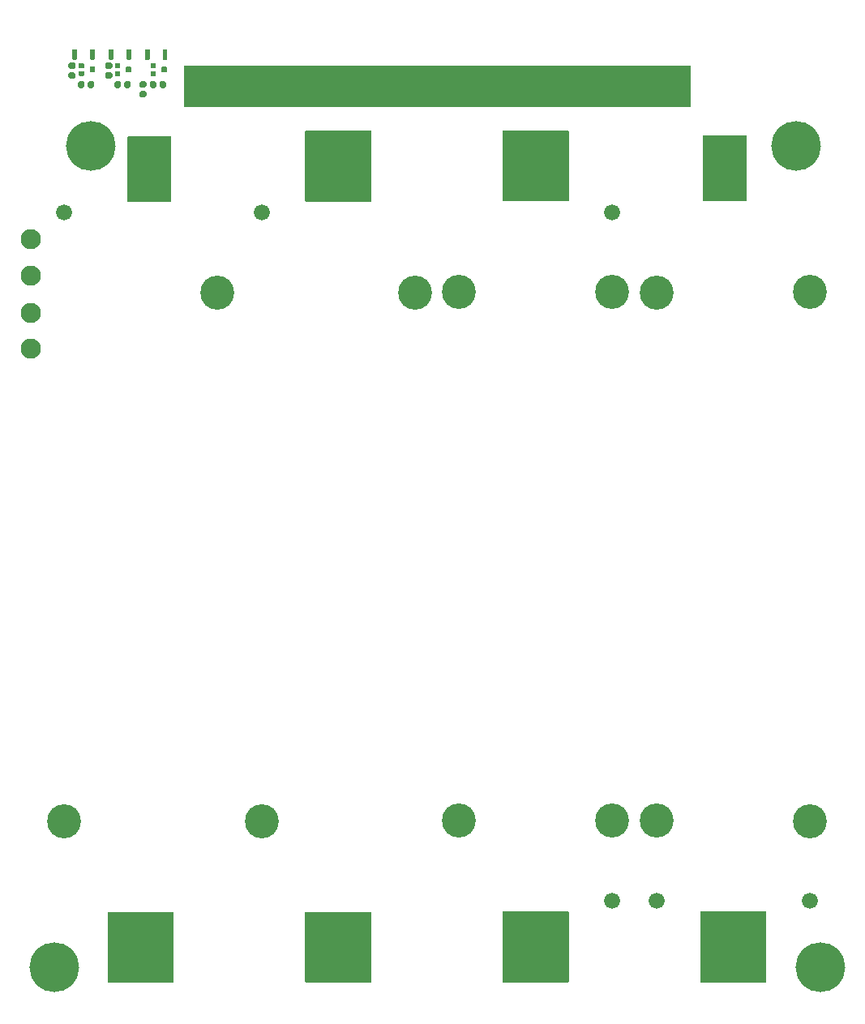
<source format=gbs>
%TF.GenerationSoftware,KiCad,Pcbnew,(5.1.10)-1*%
%TF.CreationDate,2021-11-16T14:43:47-05:00*%
%TF.ProjectId,batteryboard,62617474-6572-4796-926f-6172642e6b69,rev?*%
%TF.SameCoordinates,Original*%
%TF.FileFunction,Soldermask,Bot*%
%TF.FilePolarity,Negative*%
%FSLAX46Y46*%
G04 Gerber Fmt 4.6, Leading zero omitted, Abs format (unit mm)*
G04 Created by KiCad (PCBNEW (5.1.10)-1) date 2021-11-16 14:43:47*
%MOMM*%
%LPD*%
G01*
G04 APERTURE LIST*
%ADD10C,0.100000*%
%ADD11C,3.551600*%
%ADD12C,1.671600*%
%ADD13C,5.181600*%
%ADD14C,2.101600*%
G04 APERTURE END LIST*
D10*
G36*
X124722220Y-49004353D02*
G01*
X71922220Y-49004353D01*
X71922220Y-44804353D01*
X124722220Y-44804353D01*
X124722220Y-49004353D01*
G37*
X124722220Y-49004353D02*
X71922220Y-49004353D01*
X71922220Y-44804353D01*
X124722220Y-44804353D01*
X124722220Y-49004353D01*
G36*
G01*
X105223100Y-51548900D02*
X112023100Y-51548900D01*
G75*
G02*
X112073900Y-51599700I0J-50800D01*
G01*
X112073900Y-58899700D01*
G75*
G02*
X112023100Y-58950500I-50800J0D01*
G01*
X105223100Y-58950500D01*
G75*
G02*
X105172300Y-58899700I0J50800D01*
G01*
X105172300Y-51599700D01*
G75*
G02*
X105223100Y-51548900I50800J0D01*
G01*
G37*
G36*
G01*
X105223100Y-133098900D02*
X112023100Y-133098900D01*
G75*
G02*
X112073900Y-133149700I0J-50800D01*
G01*
X112073900Y-140449700D01*
G75*
G02*
X112023100Y-140500500I-50800J0D01*
G01*
X105223100Y-140500500D01*
G75*
G02*
X105172300Y-140449700I0J50800D01*
G01*
X105172300Y-133149700D01*
G75*
G02*
X105223100Y-133098900I50800J0D01*
G01*
G37*
D11*
X116623100Y-68424700D03*
X100623100Y-123624700D03*
D12*
X116623100Y-131954700D03*
D11*
X116623100Y-123624700D03*
X100623100Y-68424700D03*
D12*
X116623100Y-60094700D03*
X137273300Y-131954700D03*
D11*
X121273300Y-123624700D03*
X137273300Y-68424700D03*
G36*
G01*
X125873300Y-133098900D02*
X132673300Y-133098900D01*
G75*
G02*
X132724100Y-133149700I0J-50800D01*
G01*
X132724100Y-140449700D01*
G75*
G02*
X132673300Y-140500500I-50800J0D01*
G01*
X125873300Y-140500500D01*
G75*
G02*
X125822500Y-140449700I0J50800D01*
G01*
X125822500Y-133149700D01*
G75*
G02*
X125873300Y-133098900I50800J0D01*
G01*
G37*
G36*
G01*
X126098300Y-52048900D02*
X130598300Y-52048900D01*
G75*
G02*
X130649100Y-52099700I0J-50800D01*
G01*
X130649100Y-58899700D01*
G75*
G02*
X130598300Y-58950500I-50800J0D01*
G01*
X126098300Y-58950500D01*
G75*
G02*
X126047500Y-58899700I0J50800D01*
G01*
X126047500Y-52099700D01*
G75*
G02*
X126098300Y-52048900I50800J0D01*
G01*
G37*
D12*
X121273300Y-131980100D03*
D11*
X137273300Y-123650100D03*
X121273300Y-68450100D03*
D12*
X59348100Y-60120100D03*
D11*
X75348100Y-68450100D03*
X59348100Y-123650100D03*
G36*
G01*
X70523100Y-58975900D02*
X66023100Y-58975900D01*
G75*
G02*
X65972300Y-58925100I0J50800D01*
G01*
X65972300Y-52225100D01*
G75*
G02*
X66023100Y-52174300I50800J0D01*
G01*
X70523100Y-52174300D01*
G75*
G02*
X70573900Y-52225100I0J-50800D01*
G01*
X70573900Y-58925100D01*
G75*
G02*
X70523100Y-58975900I-50800J0D01*
G01*
G37*
G36*
G01*
X70748100Y-140525900D02*
X63948100Y-140525900D01*
G75*
G02*
X63897300Y-140475100I0J50800D01*
G01*
X63897300Y-133175100D01*
G75*
G02*
X63948100Y-133124300I50800J0D01*
G01*
X70748100Y-133124300D01*
G75*
G02*
X70798900Y-133175100I0J-50800D01*
G01*
X70798900Y-140475100D01*
G75*
G02*
X70748100Y-140525900I-50800J0D01*
G01*
G37*
G36*
G01*
X91398300Y-140525900D02*
X84598300Y-140525900D01*
G75*
G02*
X84547500Y-140475100I0J50800D01*
G01*
X84547500Y-133175100D01*
G75*
G02*
X84598300Y-133124300I50800J0D01*
G01*
X91398300Y-133124300D01*
G75*
G02*
X91449100Y-133175100I0J-50800D01*
G01*
X91449100Y-140475100D01*
G75*
G02*
X91398300Y-140525900I-50800J0D01*
G01*
G37*
G36*
G01*
X91398300Y-58975900D02*
X84598300Y-58975900D01*
G75*
G02*
X84547500Y-58925100I0J50800D01*
G01*
X84547500Y-51625100D01*
G75*
G02*
X84598300Y-51574300I50800J0D01*
G01*
X91398300Y-51574300D01*
G75*
G02*
X91449100Y-51625100I0J-50800D01*
G01*
X91449100Y-58925100D01*
G75*
G02*
X91398300Y-58975900I-50800J0D01*
G01*
G37*
X79998300Y-123650100D03*
X95998300Y-68450100D03*
D12*
X79998300Y-60120100D03*
G36*
G01*
X69353400Y-46946400D02*
X69353400Y-46525600D01*
G75*
G02*
X69513800Y-46365200I160400J0D01*
G01*
X69834600Y-46365200D01*
G75*
G02*
X69995000Y-46525600I0J-160400D01*
G01*
X69995000Y-46946400D01*
G75*
G02*
X69834600Y-47106800I-160400J0D01*
G01*
X69513800Y-47106800D01*
G75*
G02*
X69353400Y-46946400I0J160400D01*
G01*
G37*
G36*
G01*
X68333400Y-46946400D02*
X68333400Y-46525600D01*
G75*
G02*
X68493800Y-46365200I160400J0D01*
G01*
X68814600Y-46365200D01*
G75*
G02*
X68975000Y-46525600I0J-160400D01*
G01*
X68975000Y-46946400D01*
G75*
G02*
X68814600Y-47106800I-160400J0D01*
G01*
X68493800Y-47106800D01*
G75*
G02*
X68333400Y-46946400I0J160400D01*
G01*
G37*
G36*
G01*
X65670400Y-46946400D02*
X65670400Y-46525600D01*
G75*
G02*
X65830800Y-46365200I160400J0D01*
G01*
X66151600Y-46365200D01*
G75*
G02*
X66312000Y-46525600I0J-160400D01*
G01*
X66312000Y-46946400D01*
G75*
G02*
X66151600Y-47106800I-160400J0D01*
G01*
X65830800Y-47106800D01*
G75*
G02*
X65670400Y-46946400I0J160400D01*
G01*
G37*
G36*
G01*
X64650400Y-46946400D02*
X64650400Y-46525600D01*
G75*
G02*
X64810800Y-46365200I160400J0D01*
G01*
X65131600Y-46365200D01*
G75*
G02*
X65292000Y-46525600I0J-160400D01*
G01*
X65292000Y-46946400D01*
G75*
G02*
X65131600Y-47106800I-160400J0D01*
G01*
X64810800Y-47106800D01*
G75*
G02*
X64650400Y-46946400I0J160400D01*
G01*
G37*
G36*
G01*
X61860400Y-46946400D02*
X61860400Y-46525600D01*
G75*
G02*
X62020800Y-46365200I160400J0D01*
G01*
X62341600Y-46365200D01*
G75*
G02*
X62502000Y-46525600I0J-160400D01*
G01*
X62502000Y-46946400D01*
G75*
G02*
X62341600Y-47106800I-160400J0D01*
G01*
X62020800Y-47106800D01*
G75*
G02*
X61860400Y-46946400I0J160400D01*
G01*
G37*
G36*
G01*
X60840400Y-46946400D02*
X60840400Y-46525600D01*
G75*
G02*
X61000800Y-46365200I160400J0D01*
G01*
X61321600Y-46365200D01*
G75*
G02*
X61482000Y-46525600I0J-160400D01*
G01*
X61482000Y-46946400D01*
G75*
G02*
X61321600Y-47106800I-160400J0D01*
G01*
X61000800Y-47106800D01*
G75*
G02*
X60840400Y-46946400I0J160400D01*
G01*
G37*
G36*
G01*
X67825200Y-47054800D02*
X67404400Y-47054800D01*
G75*
G02*
X67244000Y-46894400I0J160400D01*
G01*
X67244000Y-46573600D01*
G75*
G02*
X67404400Y-46413200I160400J0D01*
G01*
X67825200Y-46413200D01*
G75*
G02*
X67985600Y-46573600I0J-160400D01*
G01*
X67985600Y-46894400D01*
G75*
G02*
X67825200Y-47054800I-160400J0D01*
G01*
G37*
G36*
G01*
X67825200Y-48074800D02*
X67404400Y-48074800D01*
G75*
G02*
X67244000Y-47914400I0J160400D01*
G01*
X67244000Y-47593600D01*
G75*
G02*
X67404400Y-47433200I160400J0D01*
G01*
X67825200Y-47433200D01*
G75*
G02*
X67985600Y-47593600I0J-160400D01*
G01*
X67985600Y-47914400D01*
G75*
G02*
X67825200Y-48074800I-160400J0D01*
G01*
G37*
G36*
G01*
X64243800Y-45099000D02*
X63823000Y-45099000D01*
G75*
G02*
X63662600Y-44938600I0J160400D01*
G01*
X63662600Y-44617800D01*
G75*
G02*
X63823000Y-44457400I160400J0D01*
G01*
X64243800Y-44457400D01*
G75*
G02*
X64404200Y-44617800I0J-160400D01*
G01*
X64404200Y-44938600D01*
G75*
G02*
X64243800Y-45099000I-160400J0D01*
G01*
G37*
G36*
G01*
X64243800Y-46119000D02*
X63823000Y-46119000D01*
G75*
G02*
X63662600Y-45958600I0J160400D01*
G01*
X63662600Y-45637800D01*
G75*
G02*
X63823000Y-45477400I160400J0D01*
G01*
X64243800Y-45477400D01*
G75*
G02*
X64404200Y-45637800I0J-160400D01*
G01*
X64404200Y-45958600D01*
G75*
G02*
X64243800Y-46119000I-160400J0D01*
G01*
G37*
G36*
G01*
X60408400Y-45099000D02*
X59987600Y-45099000D01*
G75*
G02*
X59827200Y-44938600I0J160400D01*
G01*
X59827200Y-44617800D01*
G75*
G02*
X59987600Y-44457400I160400J0D01*
G01*
X60408400Y-44457400D01*
G75*
G02*
X60568800Y-44617800I0J-160400D01*
G01*
X60568800Y-44938600D01*
G75*
G02*
X60408400Y-45099000I-160400J0D01*
G01*
G37*
G36*
G01*
X60408400Y-46119000D02*
X59987600Y-46119000D01*
G75*
G02*
X59827200Y-45958600I0J160400D01*
G01*
X59827200Y-45637800D01*
G75*
G02*
X59987600Y-45477400I160400J0D01*
G01*
X60408400Y-45477400D01*
G75*
G02*
X60568800Y-45637800I0J-160400D01*
G01*
X60568800Y-45958600D01*
G75*
G02*
X60408400Y-46119000I-160400J0D01*
G01*
G37*
G36*
G01*
X69539600Y-45436600D02*
X69539600Y-44936600D01*
G75*
G02*
X69590400Y-44885800I50800J0D01*
G01*
X70040400Y-44885800D01*
G75*
G02*
X70091200Y-44936600I0J-50800D01*
G01*
X70091200Y-45436600D01*
G75*
G02*
X70040400Y-45487400I-50800J0D01*
G01*
X69590400Y-45487400D01*
G75*
G02*
X69539600Y-45436600I0J50800D01*
G01*
G37*
G36*
G01*
X68389600Y-44986600D02*
X68389600Y-44586600D01*
G75*
G02*
X68440400Y-44535800I50800J0D01*
G01*
X68890400Y-44535800D01*
G75*
G02*
X68941200Y-44586600I0J-50800D01*
G01*
X68941200Y-44986600D01*
G75*
G02*
X68890400Y-45037400I-50800J0D01*
G01*
X68440400Y-45037400D01*
G75*
G02*
X68389600Y-44986600I0J50800D01*
G01*
G37*
G36*
G01*
X68389600Y-45786600D02*
X68389600Y-45386600D01*
G75*
G02*
X68440400Y-45335800I50800J0D01*
G01*
X68890400Y-45335800D01*
G75*
G02*
X68941200Y-45386600I0J-50800D01*
G01*
X68941200Y-45786600D01*
G75*
G02*
X68890400Y-45837400I-50800J0D01*
G01*
X68440400Y-45837400D01*
G75*
G02*
X68389600Y-45786600I0J50800D01*
G01*
G37*
G36*
G01*
X65831200Y-45436600D02*
X65831200Y-44936600D01*
G75*
G02*
X65882000Y-44885800I50800J0D01*
G01*
X66332000Y-44885800D01*
G75*
G02*
X66382800Y-44936600I0J-50800D01*
G01*
X66382800Y-45436600D01*
G75*
G02*
X66332000Y-45487400I-50800J0D01*
G01*
X65882000Y-45487400D01*
G75*
G02*
X65831200Y-45436600I0J50800D01*
G01*
G37*
G36*
G01*
X64681200Y-44986600D02*
X64681200Y-44586600D01*
G75*
G02*
X64732000Y-44535800I50800J0D01*
G01*
X65182000Y-44535800D01*
G75*
G02*
X65232800Y-44586600I0J-50800D01*
G01*
X65232800Y-44986600D01*
G75*
G02*
X65182000Y-45037400I-50800J0D01*
G01*
X64732000Y-45037400D01*
G75*
G02*
X64681200Y-44986600I0J50800D01*
G01*
G37*
G36*
G01*
X64681200Y-45786600D02*
X64681200Y-45386600D01*
G75*
G02*
X64732000Y-45335800I50800J0D01*
G01*
X65182000Y-45335800D01*
G75*
G02*
X65232800Y-45386600I0J-50800D01*
G01*
X65232800Y-45786600D01*
G75*
G02*
X65182000Y-45837400I-50800J0D01*
G01*
X64732000Y-45837400D01*
G75*
G02*
X64681200Y-45786600I0J50800D01*
G01*
G37*
G36*
G01*
X62046600Y-45436600D02*
X62046600Y-44936600D01*
G75*
G02*
X62097400Y-44885800I50800J0D01*
G01*
X62547400Y-44885800D01*
G75*
G02*
X62598200Y-44936600I0J-50800D01*
G01*
X62598200Y-45436600D01*
G75*
G02*
X62547400Y-45487400I-50800J0D01*
G01*
X62097400Y-45487400D01*
G75*
G02*
X62046600Y-45436600I0J50800D01*
G01*
G37*
G36*
G01*
X60896600Y-44986600D02*
X60896600Y-44586600D01*
G75*
G02*
X60947400Y-44535800I50800J0D01*
G01*
X61397400Y-44535800D01*
G75*
G02*
X61448200Y-44586600I0J-50800D01*
G01*
X61448200Y-44986600D01*
G75*
G02*
X61397400Y-45037400I-50800J0D01*
G01*
X60947400Y-45037400D01*
G75*
G02*
X60896600Y-44986600I0J50800D01*
G01*
G37*
G36*
G01*
X60896600Y-45786600D02*
X60896600Y-45386600D01*
G75*
G02*
X60947400Y-45335800I50800J0D01*
G01*
X61397400Y-45335800D01*
G75*
G02*
X61448200Y-45386600I0J-50800D01*
G01*
X61448200Y-45786600D01*
G75*
G02*
X61397400Y-45837400I-50800J0D01*
G01*
X60947400Y-45837400D01*
G75*
G02*
X60896600Y-45786600I0J50800D01*
G01*
G37*
D10*
G36*
X123526974Y-44953639D02*
G01*
X123553799Y-44955138D01*
X123558738Y-44955657D01*
X123585289Y-44959768D01*
X123590148Y-44960766D01*
X123616172Y-44967447D01*
X123620916Y-44968915D01*
X123646163Y-44978105D01*
X123650737Y-44980028D01*
X123674967Y-44991637D01*
X123679333Y-44993998D01*
X123702314Y-45007916D01*
X123706428Y-45010690D01*
X123727942Y-45026784D01*
X123731767Y-45029949D01*
X123751607Y-45048066D01*
X123755103Y-45051587D01*
X123773081Y-45071553D01*
X123776219Y-45075400D01*
X123792162Y-45097025D01*
X123794908Y-45101157D01*
X123808666Y-45124235D01*
X123810997Y-45128620D01*
X123822436Y-45152931D01*
X123824326Y-45157517D01*
X123833339Y-45182827D01*
X123834774Y-45187579D01*
X123841274Y-45213649D01*
X123842238Y-45218518D01*
X123846163Y-45245097D01*
X123846647Y-45250037D01*
X123847959Y-45276872D01*
X123848020Y-45279353D01*
X123848020Y-48804353D01*
X123847044Y-48814264D01*
X123844153Y-48823793D01*
X123839459Y-48832576D01*
X123833141Y-48840274D01*
X123825443Y-48846592D01*
X123816660Y-48851286D01*
X123807131Y-48854177D01*
X123797220Y-48855153D01*
X123247220Y-48855153D01*
X123237309Y-48854177D01*
X123227780Y-48851286D01*
X123218997Y-48846592D01*
X123211299Y-48840274D01*
X123204981Y-48832576D01*
X123200287Y-48823793D01*
X123197396Y-48814264D01*
X123196420Y-48804353D01*
X123196420Y-45279353D01*
X123196421Y-45278996D01*
X123196448Y-45275156D01*
X123196547Y-45272323D01*
X123198234Y-45245509D01*
X123198787Y-45240578D01*
X123203082Y-45214056D01*
X123204115Y-45209199D01*
X123210979Y-45183223D01*
X123212479Y-45178494D01*
X123221844Y-45153312D01*
X123223799Y-45148749D01*
X123235577Y-45124601D01*
X123237968Y-45120253D01*
X123252046Y-45097369D01*
X123254850Y-45093274D01*
X123271094Y-45071873D01*
X123274285Y-45068070D01*
X123292540Y-45048357D01*
X123296085Y-45044885D01*
X123316176Y-45027047D01*
X123320045Y-45023937D01*
X123341781Y-45008145D01*
X123345934Y-45005427D01*
X123369108Y-44991831D01*
X123373505Y-44989532D01*
X123397894Y-44978262D01*
X123402498Y-44976402D01*
X123427871Y-44967567D01*
X123432630Y-44966167D01*
X123458744Y-44959849D01*
X123463620Y-44958918D01*
X123490226Y-44955179D01*
X123495169Y-44954730D01*
X123522013Y-44953605D01*
X123526974Y-44953639D01*
G37*
G36*
X122726974Y-44953639D02*
G01*
X122753799Y-44955138D01*
X122758738Y-44955657D01*
X122785289Y-44959768D01*
X122790148Y-44960766D01*
X122816172Y-44967447D01*
X122820916Y-44968915D01*
X122846163Y-44978105D01*
X122850737Y-44980028D01*
X122874967Y-44991637D01*
X122879333Y-44993998D01*
X122902314Y-45007916D01*
X122906428Y-45010690D01*
X122927942Y-45026784D01*
X122931767Y-45029949D01*
X122951607Y-45048066D01*
X122955103Y-45051587D01*
X122973081Y-45071553D01*
X122976219Y-45075400D01*
X122992162Y-45097025D01*
X122994908Y-45101157D01*
X123008666Y-45124235D01*
X123010997Y-45128620D01*
X123022436Y-45152931D01*
X123024326Y-45157517D01*
X123033339Y-45182827D01*
X123034774Y-45187579D01*
X123041274Y-45213649D01*
X123042238Y-45218518D01*
X123046163Y-45245097D01*
X123046647Y-45250037D01*
X123047959Y-45276872D01*
X123048020Y-45279353D01*
X123048020Y-48804353D01*
X123047044Y-48814264D01*
X123044153Y-48823793D01*
X123039459Y-48832576D01*
X123033141Y-48840274D01*
X123025443Y-48846592D01*
X123016660Y-48851286D01*
X123007131Y-48854177D01*
X122997220Y-48855153D01*
X122447220Y-48855153D01*
X122437309Y-48854177D01*
X122427780Y-48851286D01*
X122418997Y-48846592D01*
X122411299Y-48840274D01*
X122404981Y-48832576D01*
X122400287Y-48823793D01*
X122397396Y-48814264D01*
X122396420Y-48804353D01*
X122396420Y-45279353D01*
X122396421Y-45278996D01*
X122396448Y-45275156D01*
X122396547Y-45272323D01*
X122398234Y-45245509D01*
X122398787Y-45240578D01*
X122403082Y-45214056D01*
X122404115Y-45209199D01*
X122410979Y-45183223D01*
X122412479Y-45178494D01*
X122421844Y-45153312D01*
X122423799Y-45148749D01*
X122435577Y-45124601D01*
X122437968Y-45120253D01*
X122452046Y-45097369D01*
X122454850Y-45093274D01*
X122471094Y-45071873D01*
X122474285Y-45068070D01*
X122492540Y-45048357D01*
X122496085Y-45044885D01*
X122516176Y-45027047D01*
X122520045Y-45023937D01*
X122541781Y-45008145D01*
X122545934Y-45005427D01*
X122569108Y-44991831D01*
X122573505Y-44989532D01*
X122597894Y-44978262D01*
X122602498Y-44976402D01*
X122627871Y-44967567D01*
X122632630Y-44966167D01*
X122658744Y-44959849D01*
X122663620Y-44958918D01*
X122690226Y-44955179D01*
X122695169Y-44954730D01*
X122722013Y-44953605D01*
X122726974Y-44953639D01*
G37*
G36*
X121926974Y-44953639D02*
G01*
X121953799Y-44955138D01*
X121958738Y-44955657D01*
X121985289Y-44959768D01*
X121990148Y-44960766D01*
X122016172Y-44967447D01*
X122020916Y-44968915D01*
X122046163Y-44978105D01*
X122050737Y-44980028D01*
X122074967Y-44991637D01*
X122079333Y-44993998D01*
X122102314Y-45007916D01*
X122106428Y-45010690D01*
X122127942Y-45026784D01*
X122131767Y-45029949D01*
X122151607Y-45048066D01*
X122155103Y-45051587D01*
X122173081Y-45071553D01*
X122176219Y-45075400D01*
X122192162Y-45097025D01*
X122194908Y-45101157D01*
X122208666Y-45124235D01*
X122210997Y-45128620D01*
X122222436Y-45152931D01*
X122224326Y-45157517D01*
X122233339Y-45182827D01*
X122234774Y-45187579D01*
X122241274Y-45213649D01*
X122242238Y-45218518D01*
X122246163Y-45245097D01*
X122246647Y-45250037D01*
X122247959Y-45276872D01*
X122248020Y-45279353D01*
X122248020Y-48804353D01*
X122247044Y-48814264D01*
X122244153Y-48823793D01*
X122239459Y-48832576D01*
X122233141Y-48840274D01*
X122225443Y-48846592D01*
X122216660Y-48851286D01*
X122207131Y-48854177D01*
X122197220Y-48855153D01*
X121647220Y-48855153D01*
X121637309Y-48854177D01*
X121627780Y-48851286D01*
X121618997Y-48846592D01*
X121611299Y-48840274D01*
X121604981Y-48832576D01*
X121600287Y-48823793D01*
X121597396Y-48814264D01*
X121596420Y-48804353D01*
X121596420Y-45279353D01*
X121596421Y-45278996D01*
X121596448Y-45275156D01*
X121596547Y-45272323D01*
X121598234Y-45245509D01*
X121598787Y-45240578D01*
X121603082Y-45214056D01*
X121604115Y-45209199D01*
X121610979Y-45183223D01*
X121612479Y-45178494D01*
X121621844Y-45153312D01*
X121623799Y-45148749D01*
X121635577Y-45124601D01*
X121637968Y-45120253D01*
X121652046Y-45097369D01*
X121654850Y-45093274D01*
X121671094Y-45071873D01*
X121674285Y-45068070D01*
X121692540Y-45048357D01*
X121696085Y-45044885D01*
X121716176Y-45027047D01*
X121720045Y-45023937D01*
X121741781Y-45008145D01*
X121745934Y-45005427D01*
X121769108Y-44991831D01*
X121773505Y-44989532D01*
X121797894Y-44978262D01*
X121802498Y-44976402D01*
X121827871Y-44967567D01*
X121832630Y-44966167D01*
X121858744Y-44959849D01*
X121863620Y-44958918D01*
X121890226Y-44955179D01*
X121895169Y-44954730D01*
X121922013Y-44953605D01*
X121926974Y-44953639D01*
G37*
G36*
X121126974Y-44953639D02*
G01*
X121153799Y-44955138D01*
X121158738Y-44955657D01*
X121185289Y-44959768D01*
X121190148Y-44960766D01*
X121216172Y-44967447D01*
X121220916Y-44968915D01*
X121246163Y-44978105D01*
X121250737Y-44980028D01*
X121274967Y-44991637D01*
X121279333Y-44993998D01*
X121302314Y-45007916D01*
X121306428Y-45010690D01*
X121327942Y-45026784D01*
X121331767Y-45029949D01*
X121351607Y-45048066D01*
X121355103Y-45051587D01*
X121373081Y-45071553D01*
X121376219Y-45075400D01*
X121392162Y-45097025D01*
X121394908Y-45101157D01*
X121408666Y-45124235D01*
X121410997Y-45128620D01*
X121422436Y-45152931D01*
X121424326Y-45157517D01*
X121433339Y-45182827D01*
X121434774Y-45187579D01*
X121441274Y-45213649D01*
X121442238Y-45218518D01*
X121446163Y-45245097D01*
X121446647Y-45250037D01*
X121447959Y-45276872D01*
X121448020Y-45279353D01*
X121448020Y-48804353D01*
X121447044Y-48814264D01*
X121444153Y-48823793D01*
X121439459Y-48832576D01*
X121433141Y-48840274D01*
X121425443Y-48846592D01*
X121416660Y-48851286D01*
X121407131Y-48854177D01*
X121397220Y-48855153D01*
X120847220Y-48855153D01*
X120837309Y-48854177D01*
X120827780Y-48851286D01*
X120818997Y-48846592D01*
X120811299Y-48840274D01*
X120804981Y-48832576D01*
X120800287Y-48823793D01*
X120797396Y-48814264D01*
X120796420Y-48804353D01*
X120796420Y-45279353D01*
X120796421Y-45278996D01*
X120796448Y-45275156D01*
X120796547Y-45272323D01*
X120798234Y-45245509D01*
X120798787Y-45240578D01*
X120803082Y-45214056D01*
X120804115Y-45209199D01*
X120810979Y-45183223D01*
X120812479Y-45178494D01*
X120821844Y-45153312D01*
X120823799Y-45148749D01*
X120835577Y-45124601D01*
X120837968Y-45120253D01*
X120852046Y-45097369D01*
X120854850Y-45093274D01*
X120871094Y-45071873D01*
X120874285Y-45068070D01*
X120892540Y-45048357D01*
X120896085Y-45044885D01*
X120916176Y-45027047D01*
X120920045Y-45023937D01*
X120941781Y-45008145D01*
X120945934Y-45005427D01*
X120969108Y-44991831D01*
X120973505Y-44989532D01*
X120997894Y-44978262D01*
X121002498Y-44976402D01*
X121027871Y-44967567D01*
X121032630Y-44966167D01*
X121058744Y-44959849D01*
X121063620Y-44958918D01*
X121090226Y-44955179D01*
X121095169Y-44954730D01*
X121122013Y-44953605D01*
X121126974Y-44953639D01*
G37*
G36*
X120326974Y-44953639D02*
G01*
X120353799Y-44955138D01*
X120358738Y-44955657D01*
X120385289Y-44959768D01*
X120390148Y-44960766D01*
X120416172Y-44967447D01*
X120420916Y-44968915D01*
X120446163Y-44978105D01*
X120450737Y-44980028D01*
X120474967Y-44991637D01*
X120479333Y-44993998D01*
X120502314Y-45007916D01*
X120506428Y-45010690D01*
X120527942Y-45026784D01*
X120531767Y-45029949D01*
X120551607Y-45048066D01*
X120555103Y-45051587D01*
X120573081Y-45071553D01*
X120576219Y-45075400D01*
X120592162Y-45097025D01*
X120594908Y-45101157D01*
X120608666Y-45124235D01*
X120610997Y-45128620D01*
X120622436Y-45152931D01*
X120624326Y-45157517D01*
X120633339Y-45182827D01*
X120634774Y-45187579D01*
X120641274Y-45213649D01*
X120642238Y-45218518D01*
X120646163Y-45245097D01*
X120646647Y-45250037D01*
X120647959Y-45276872D01*
X120648020Y-45279353D01*
X120648020Y-48804353D01*
X120647044Y-48814264D01*
X120644153Y-48823793D01*
X120639459Y-48832576D01*
X120633141Y-48840274D01*
X120625443Y-48846592D01*
X120616660Y-48851286D01*
X120607131Y-48854177D01*
X120597220Y-48855153D01*
X120047220Y-48855153D01*
X120037309Y-48854177D01*
X120027780Y-48851286D01*
X120018997Y-48846592D01*
X120011299Y-48840274D01*
X120004981Y-48832576D01*
X120000287Y-48823793D01*
X119997396Y-48814264D01*
X119996420Y-48804353D01*
X119996420Y-45279353D01*
X119996421Y-45278996D01*
X119996448Y-45275156D01*
X119996547Y-45272323D01*
X119998234Y-45245509D01*
X119998787Y-45240578D01*
X120003082Y-45214056D01*
X120004115Y-45209199D01*
X120010979Y-45183223D01*
X120012479Y-45178494D01*
X120021844Y-45153312D01*
X120023799Y-45148749D01*
X120035577Y-45124601D01*
X120037968Y-45120253D01*
X120052046Y-45097369D01*
X120054850Y-45093274D01*
X120071094Y-45071873D01*
X120074285Y-45068070D01*
X120092540Y-45048357D01*
X120096085Y-45044885D01*
X120116176Y-45027047D01*
X120120045Y-45023937D01*
X120141781Y-45008145D01*
X120145934Y-45005427D01*
X120169108Y-44991831D01*
X120173505Y-44989532D01*
X120197894Y-44978262D01*
X120202498Y-44976402D01*
X120227871Y-44967567D01*
X120232630Y-44966167D01*
X120258744Y-44959849D01*
X120263620Y-44958918D01*
X120290226Y-44955179D01*
X120295169Y-44954730D01*
X120322013Y-44953605D01*
X120326974Y-44953639D01*
G37*
G36*
X119526974Y-44953639D02*
G01*
X119553799Y-44955138D01*
X119558738Y-44955657D01*
X119585289Y-44959768D01*
X119590148Y-44960766D01*
X119616172Y-44967447D01*
X119620916Y-44968915D01*
X119646163Y-44978105D01*
X119650737Y-44980028D01*
X119674967Y-44991637D01*
X119679333Y-44993998D01*
X119702314Y-45007916D01*
X119706428Y-45010690D01*
X119727942Y-45026784D01*
X119731767Y-45029949D01*
X119751607Y-45048066D01*
X119755103Y-45051587D01*
X119773081Y-45071553D01*
X119776219Y-45075400D01*
X119792162Y-45097025D01*
X119794908Y-45101157D01*
X119808666Y-45124235D01*
X119810997Y-45128620D01*
X119822436Y-45152931D01*
X119824326Y-45157517D01*
X119833339Y-45182827D01*
X119834774Y-45187579D01*
X119841274Y-45213649D01*
X119842238Y-45218518D01*
X119846163Y-45245097D01*
X119846647Y-45250037D01*
X119847959Y-45276872D01*
X119848020Y-45279353D01*
X119848020Y-48804353D01*
X119847044Y-48814264D01*
X119844153Y-48823793D01*
X119839459Y-48832576D01*
X119833141Y-48840274D01*
X119825443Y-48846592D01*
X119816660Y-48851286D01*
X119807131Y-48854177D01*
X119797220Y-48855153D01*
X119247220Y-48855153D01*
X119237309Y-48854177D01*
X119227780Y-48851286D01*
X119218997Y-48846592D01*
X119211299Y-48840274D01*
X119204981Y-48832576D01*
X119200287Y-48823793D01*
X119197396Y-48814264D01*
X119196420Y-48804353D01*
X119196420Y-45279353D01*
X119196421Y-45278996D01*
X119196448Y-45275156D01*
X119196547Y-45272323D01*
X119198234Y-45245509D01*
X119198787Y-45240578D01*
X119203082Y-45214056D01*
X119204115Y-45209199D01*
X119210979Y-45183223D01*
X119212479Y-45178494D01*
X119221844Y-45153312D01*
X119223799Y-45148749D01*
X119235577Y-45124601D01*
X119237968Y-45120253D01*
X119252046Y-45097369D01*
X119254850Y-45093274D01*
X119271094Y-45071873D01*
X119274285Y-45068070D01*
X119292540Y-45048357D01*
X119296085Y-45044885D01*
X119316176Y-45027047D01*
X119320045Y-45023937D01*
X119341781Y-45008145D01*
X119345934Y-45005427D01*
X119369108Y-44991831D01*
X119373505Y-44989532D01*
X119397894Y-44978262D01*
X119402498Y-44976402D01*
X119427871Y-44967567D01*
X119432630Y-44966167D01*
X119458744Y-44959849D01*
X119463620Y-44958918D01*
X119490226Y-44955179D01*
X119495169Y-44954730D01*
X119522013Y-44953605D01*
X119526974Y-44953639D01*
G37*
G36*
X118726974Y-44953639D02*
G01*
X118753799Y-44955138D01*
X118758738Y-44955657D01*
X118785289Y-44959768D01*
X118790148Y-44960766D01*
X118816172Y-44967447D01*
X118820916Y-44968915D01*
X118846163Y-44978105D01*
X118850737Y-44980028D01*
X118874967Y-44991637D01*
X118879333Y-44993998D01*
X118902314Y-45007916D01*
X118906428Y-45010690D01*
X118927942Y-45026784D01*
X118931767Y-45029949D01*
X118951607Y-45048066D01*
X118955103Y-45051587D01*
X118973081Y-45071553D01*
X118976219Y-45075400D01*
X118992162Y-45097025D01*
X118994908Y-45101157D01*
X119008666Y-45124235D01*
X119010997Y-45128620D01*
X119022436Y-45152931D01*
X119024326Y-45157517D01*
X119033339Y-45182827D01*
X119034774Y-45187579D01*
X119041274Y-45213649D01*
X119042238Y-45218518D01*
X119046163Y-45245097D01*
X119046647Y-45250037D01*
X119047959Y-45276872D01*
X119048020Y-45279353D01*
X119048020Y-48804353D01*
X119047044Y-48814264D01*
X119044153Y-48823793D01*
X119039459Y-48832576D01*
X119033141Y-48840274D01*
X119025443Y-48846592D01*
X119016660Y-48851286D01*
X119007131Y-48854177D01*
X118997220Y-48855153D01*
X118447220Y-48855153D01*
X118437309Y-48854177D01*
X118427780Y-48851286D01*
X118418997Y-48846592D01*
X118411299Y-48840274D01*
X118404981Y-48832576D01*
X118400287Y-48823793D01*
X118397396Y-48814264D01*
X118396420Y-48804353D01*
X118396420Y-45279353D01*
X118396421Y-45278996D01*
X118396448Y-45275156D01*
X118396547Y-45272323D01*
X118398234Y-45245509D01*
X118398787Y-45240578D01*
X118403082Y-45214056D01*
X118404115Y-45209199D01*
X118410979Y-45183223D01*
X118412479Y-45178494D01*
X118421844Y-45153312D01*
X118423799Y-45148749D01*
X118435577Y-45124601D01*
X118437968Y-45120253D01*
X118452046Y-45097369D01*
X118454850Y-45093274D01*
X118471094Y-45071873D01*
X118474285Y-45068070D01*
X118492540Y-45048357D01*
X118496085Y-45044885D01*
X118516176Y-45027047D01*
X118520045Y-45023937D01*
X118541781Y-45008145D01*
X118545934Y-45005427D01*
X118569108Y-44991831D01*
X118573505Y-44989532D01*
X118597894Y-44978262D01*
X118602498Y-44976402D01*
X118627871Y-44967567D01*
X118632630Y-44966167D01*
X118658744Y-44959849D01*
X118663620Y-44958918D01*
X118690226Y-44955179D01*
X118695169Y-44954730D01*
X118722013Y-44953605D01*
X118726974Y-44953639D01*
G37*
G36*
X117926974Y-44953639D02*
G01*
X117953799Y-44955138D01*
X117958738Y-44955657D01*
X117985289Y-44959768D01*
X117990148Y-44960766D01*
X118016172Y-44967447D01*
X118020916Y-44968915D01*
X118046163Y-44978105D01*
X118050737Y-44980028D01*
X118074967Y-44991637D01*
X118079333Y-44993998D01*
X118102314Y-45007916D01*
X118106428Y-45010690D01*
X118127942Y-45026784D01*
X118131767Y-45029949D01*
X118151607Y-45048066D01*
X118155103Y-45051587D01*
X118173081Y-45071553D01*
X118176219Y-45075400D01*
X118192162Y-45097025D01*
X118194908Y-45101157D01*
X118208666Y-45124235D01*
X118210997Y-45128620D01*
X118222436Y-45152931D01*
X118224326Y-45157517D01*
X118233339Y-45182827D01*
X118234774Y-45187579D01*
X118241274Y-45213649D01*
X118242238Y-45218518D01*
X118246163Y-45245097D01*
X118246647Y-45250037D01*
X118247959Y-45276872D01*
X118248020Y-45279353D01*
X118248020Y-48804353D01*
X118247044Y-48814264D01*
X118244153Y-48823793D01*
X118239459Y-48832576D01*
X118233141Y-48840274D01*
X118225443Y-48846592D01*
X118216660Y-48851286D01*
X118207131Y-48854177D01*
X118197220Y-48855153D01*
X117647220Y-48855153D01*
X117637309Y-48854177D01*
X117627780Y-48851286D01*
X117618997Y-48846592D01*
X117611299Y-48840274D01*
X117604981Y-48832576D01*
X117600287Y-48823793D01*
X117597396Y-48814264D01*
X117596420Y-48804353D01*
X117596420Y-45279353D01*
X117596421Y-45278996D01*
X117596448Y-45275156D01*
X117596547Y-45272323D01*
X117598234Y-45245509D01*
X117598787Y-45240578D01*
X117603082Y-45214056D01*
X117604115Y-45209199D01*
X117610979Y-45183223D01*
X117612479Y-45178494D01*
X117621844Y-45153312D01*
X117623799Y-45148749D01*
X117635577Y-45124601D01*
X117637968Y-45120253D01*
X117652046Y-45097369D01*
X117654850Y-45093274D01*
X117671094Y-45071873D01*
X117674285Y-45068070D01*
X117692540Y-45048357D01*
X117696085Y-45044885D01*
X117716176Y-45027047D01*
X117720045Y-45023937D01*
X117741781Y-45008145D01*
X117745934Y-45005427D01*
X117769108Y-44991831D01*
X117773505Y-44989532D01*
X117797894Y-44978262D01*
X117802498Y-44976402D01*
X117827871Y-44967567D01*
X117832630Y-44966167D01*
X117858744Y-44959849D01*
X117863620Y-44958918D01*
X117890226Y-44955179D01*
X117895169Y-44954730D01*
X117922013Y-44953605D01*
X117926974Y-44953639D01*
G37*
G36*
X117126974Y-44953639D02*
G01*
X117153799Y-44955138D01*
X117158738Y-44955657D01*
X117185289Y-44959768D01*
X117190148Y-44960766D01*
X117216172Y-44967447D01*
X117220916Y-44968915D01*
X117246163Y-44978105D01*
X117250737Y-44980028D01*
X117274967Y-44991637D01*
X117279333Y-44993998D01*
X117302314Y-45007916D01*
X117306428Y-45010690D01*
X117327942Y-45026784D01*
X117331767Y-45029949D01*
X117351607Y-45048066D01*
X117355103Y-45051587D01*
X117373081Y-45071553D01*
X117376219Y-45075400D01*
X117392162Y-45097025D01*
X117394908Y-45101157D01*
X117408666Y-45124235D01*
X117410997Y-45128620D01*
X117422436Y-45152931D01*
X117424326Y-45157517D01*
X117433339Y-45182827D01*
X117434774Y-45187579D01*
X117441274Y-45213649D01*
X117442238Y-45218518D01*
X117446163Y-45245097D01*
X117446647Y-45250037D01*
X117447959Y-45276872D01*
X117448020Y-45279353D01*
X117448020Y-48804353D01*
X117447044Y-48814264D01*
X117444153Y-48823793D01*
X117439459Y-48832576D01*
X117433141Y-48840274D01*
X117425443Y-48846592D01*
X117416660Y-48851286D01*
X117407131Y-48854177D01*
X117397220Y-48855153D01*
X116847220Y-48855153D01*
X116837309Y-48854177D01*
X116827780Y-48851286D01*
X116818997Y-48846592D01*
X116811299Y-48840274D01*
X116804981Y-48832576D01*
X116800287Y-48823793D01*
X116797396Y-48814264D01*
X116796420Y-48804353D01*
X116796420Y-45279353D01*
X116796421Y-45278996D01*
X116796448Y-45275156D01*
X116796547Y-45272323D01*
X116798234Y-45245509D01*
X116798787Y-45240578D01*
X116803082Y-45214056D01*
X116804115Y-45209199D01*
X116810979Y-45183223D01*
X116812479Y-45178494D01*
X116821844Y-45153312D01*
X116823799Y-45148749D01*
X116835577Y-45124601D01*
X116837968Y-45120253D01*
X116852046Y-45097369D01*
X116854850Y-45093274D01*
X116871094Y-45071873D01*
X116874285Y-45068070D01*
X116892540Y-45048357D01*
X116896085Y-45044885D01*
X116916176Y-45027047D01*
X116920045Y-45023937D01*
X116941781Y-45008145D01*
X116945934Y-45005427D01*
X116969108Y-44991831D01*
X116973505Y-44989532D01*
X116997894Y-44978262D01*
X117002498Y-44976402D01*
X117027871Y-44967567D01*
X117032630Y-44966167D01*
X117058744Y-44959849D01*
X117063620Y-44958918D01*
X117090226Y-44955179D01*
X117095169Y-44954730D01*
X117122013Y-44953605D01*
X117126974Y-44953639D01*
G37*
G36*
X116326974Y-44953639D02*
G01*
X116353799Y-44955138D01*
X116358738Y-44955657D01*
X116385289Y-44959768D01*
X116390148Y-44960766D01*
X116416172Y-44967447D01*
X116420916Y-44968915D01*
X116446163Y-44978105D01*
X116450737Y-44980028D01*
X116474967Y-44991637D01*
X116479333Y-44993998D01*
X116502314Y-45007916D01*
X116506428Y-45010690D01*
X116527942Y-45026784D01*
X116531767Y-45029949D01*
X116551607Y-45048066D01*
X116555103Y-45051587D01*
X116573081Y-45071553D01*
X116576219Y-45075400D01*
X116592162Y-45097025D01*
X116594908Y-45101157D01*
X116608666Y-45124235D01*
X116610997Y-45128620D01*
X116622436Y-45152931D01*
X116624326Y-45157517D01*
X116633339Y-45182827D01*
X116634774Y-45187579D01*
X116641274Y-45213649D01*
X116642238Y-45218518D01*
X116646163Y-45245097D01*
X116646647Y-45250037D01*
X116647959Y-45276872D01*
X116648020Y-45279353D01*
X116648020Y-48804353D01*
X116647044Y-48814264D01*
X116644153Y-48823793D01*
X116639459Y-48832576D01*
X116633141Y-48840274D01*
X116625443Y-48846592D01*
X116616660Y-48851286D01*
X116607131Y-48854177D01*
X116597220Y-48855153D01*
X116047220Y-48855153D01*
X116037309Y-48854177D01*
X116027780Y-48851286D01*
X116018997Y-48846592D01*
X116011299Y-48840274D01*
X116004981Y-48832576D01*
X116000287Y-48823793D01*
X115997396Y-48814264D01*
X115996420Y-48804353D01*
X115996420Y-45279353D01*
X115996421Y-45278996D01*
X115996448Y-45275156D01*
X115996547Y-45272323D01*
X115998234Y-45245509D01*
X115998787Y-45240578D01*
X116003082Y-45214056D01*
X116004115Y-45209199D01*
X116010979Y-45183223D01*
X116012479Y-45178494D01*
X116021844Y-45153312D01*
X116023799Y-45148749D01*
X116035577Y-45124601D01*
X116037968Y-45120253D01*
X116052046Y-45097369D01*
X116054850Y-45093274D01*
X116071094Y-45071873D01*
X116074285Y-45068070D01*
X116092540Y-45048357D01*
X116096085Y-45044885D01*
X116116176Y-45027047D01*
X116120045Y-45023937D01*
X116141781Y-45008145D01*
X116145934Y-45005427D01*
X116169108Y-44991831D01*
X116173505Y-44989532D01*
X116197894Y-44978262D01*
X116202498Y-44976402D01*
X116227871Y-44967567D01*
X116232630Y-44966167D01*
X116258744Y-44959849D01*
X116263620Y-44958918D01*
X116290226Y-44955179D01*
X116295169Y-44954730D01*
X116322013Y-44953605D01*
X116326974Y-44953639D01*
G37*
G36*
X115526974Y-44953639D02*
G01*
X115553799Y-44955138D01*
X115558738Y-44955657D01*
X115585289Y-44959768D01*
X115590148Y-44960766D01*
X115616172Y-44967447D01*
X115620916Y-44968915D01*
X115646163Y-44978105D01*
X115650737Y-44980028D01*
X115674967Y-44991637D01*
X115679333Y-44993998D01*
X115702314Y-45007916D01*
X115706428Y-45010690D01*
X115727942Y-45026784D01*
X115731767Y-45029949D01*
X115751607Y-45048066D01*
X115755103Y-45051587D01*
X115773081Y-45071553D01*
X115776219Y-45075400D01*
X115792162Y-45097025D01*
X115794908Y-45101157D01*
X115808666Y-45124235D01*
X115810997Y-45128620D01*
X115822436Y-45152931D01*
X115824326Y-45157517D01*
X115833339Y-45182827D01*
X115834774Y-45187579D01*
X115841274Y-45213649D01*
X115842238Y-45218518D01*
X115846163Y-45245097D01*
X115846647Y-45250037D01*
X115847959Y-45276872D01*
X115848020Y-45279353D01*
X115848020Y-48804353D01*
X115847044Y-48814264D01*
X115844153Y-48823793D01*
X115839459Y-48832576D01*
X115833141Y-48840274D01*
X115825443Y-48846592D01*
X115816660Y-48851286D01*
X115807131Y-48854177D01*
X115797220Y-48855153D01*
X115247220Y-48855153D01*
X115237309Y-48854177D01*
X115227780Y-48851286D01*
X115218997Y-48846592D01*
X115211299Y-48840274D01*
X115204981Y-48832576D01*
X115200287Y-48823793D01*
X115197396Y-48814264D01*
X115196420Y-48804353D01*
X115196420Y-45279353D01*
X115196421Y-45278996D01*
X115196448Y-45275156D01*
X115196547Y-45272323D01*
X115198234Y-45245509D01*
X115198787Y-45240578D01*
X115203082Y-45214056D01*
X115204115Y-45209199D01*
X115210979Y-45183223D01*
X115212479Y-45178494D01*
X115221844Y-45153312D01*
X115223799Y-45148749D01*
X115235577Y-45124601D01*
X115237968Y-45120253D01*
X115252046Y-45097369D01*
X115254850Y-45093274D01*
X115271094Y-45071873D01*
X115274285Y-45068070D01*
X115292540Y-45048357D01*
X115296085Y-45044885D01*
X115316176Y-45027047D01*
X115320045Y-45023937D01*
X115341781Y-45008145D01*
X115345934Y-45005427D01*
X115369108Y-44991831D01*
X115373505Y-44989532D01*
X115397894Y-44978262D01*
X115402498Y-44976402D01*
X115427871Y-44967567D01*
X115432630Y-44966167D01*
X115458744Y-44959849D01*
X115463620Y-44958918D01*
X115490226Y-44955179D01*
X115495169Y-44954730D01*
X115522013Y-44953605D01*
X115526974Y-44953639D01*
G37*
G36*
X114726974Y-44953639D02*
G01*
X114753799Y-44955138D01*
X114758738Y-44955657D01*
X114785289Y-44959768D01*
X114790148Y-44960766D01*
X114816172Y-44967447D01*
X114820916Y-44968915D01*
X114846163Y-44978105D01*
X114850737Y-44980028D01*
X114874967Y-44991637D01*
X114879333Y-44993998D01*
X114902314Y-45007916D01*
X114906428Y-45010690D01*
X114927942Y-45026784D01*
X114931767Y-45029949D01*
X114951607Y-45048066D01*
X114955103Y-45051587D01*
X114973081Y-45071553D01*
X114976219Y-45075400D01*
X114992162Y-45097025D01*
X114994908Y-45101157D01*
X115008666Y-45124235D01*
X115010997Y-45128620D01*
X115022436Y-45152931D01*
X115024326Y-45157517D01*
X115033339Y-45182827D01*
X115034774Y-45187579D01*
X115041274Y-45213649D01*
X115042238Y-45218518D01*
X115046163Y-45245097D01*
X115046647Y-45250037D01*
X115047959Y-45276872D01*
X115048020Y-45279353D01*
X115048020Y-48804353D01*
X115047044Y-48814264D01*
X115044153Y-48823793D01*
X115039459Y-48832576D01*
X115033141Y-48840274D01*
X115025443Y-48846592D01*
X115016660Y-48851286D01*
X115007131Y-48854177D01*
X114997220Y-48855153D01*
X114447220Y-48855153D01*
X114437309Y-48854177D01*
X114427780Y-48851286D01*
X114418997Y-48846592D01*
X114411299Y-48840274D01*
X114404981Y-48832576D01*
X114400287Y-48823793D01*
X114397396Y-48814264D01*
X114396420Y-48804353D01*
X114396420Y-45279353D01*
X114396421Y-45278996D01*
X114396448Y-45275156D01*
X114396547Y-45272323D01*
X114398234Y-45245509D01*
X114398787Y-45240578D01*
X114403082Y-45214056D01*
X114404115Y-45209199D01*
X114410979Y-45183223D01*
X114412479Y-45178494D01*
X114421844Y-45153312D01*
X114423799Y-45148749D01*
X114435577Y-45124601D01*
X114437968Y-45120253D01*
X114452046Y-45097369D01*
X114454850Y-45093274D01*
X114471094Y-45071873D01*
X114474285Y-45068070D01*
X114492540Y-45048357D01*
X114496085Y-45044885D01*
X114516176Y-45027047D01*
X114520045Y-45023937D01*
X114541781Y-45008145D01*
X114545934Y-45005427D01*
X114569108Y-44991831D01*
X114573505Y-44989532D01*
X114597894Y-44978262D01*
X114602498Y-44976402D01*
X114627871Y-44967567D01*
X114632630Y-44966167D01*
X114658744Y-44959849D01*
X114663620Y-44958918D01*
X114690226Y-44955179D01*
X114695169Y-44954730D01*
X114722013Y-44953605D01*
X114726974Y-44953639D01*
G37*
G36*
X113926974Y-44953639D02*
G01*
X113953799Y-44955138D01*
X113958738Y-44955657D01*
X113985289Y-44959768D01*
X113990148Y-44960766D01*
X114016172Y-44967447D01*
X114020916Y-44968915D01*
X114046163Y-44978105D01*
X114050737Y-44980028D01*
X114074967Y-44991637D01*
X114079333Y-44993998D01*
X114102314Y-45007916D01*
X114106428Y-45010690D01*
X114127942Y-45026784D01*
X114131767Y-45029949D01*
X114151607Y-45048066D01*
X114155103Y-45051587D01*
X114173081Y-45071553D01*
X114176219Y-45075400D01*
X114192162Y-45097025D01*
X114194908Y-45101157D01*
X114208666Y-45124235D01*
X114210997Y-45128620D01*
X114222436Y-45152931D01*
X114224326Y-45157517D01*
X114233339Y-45182827D01*
X114234774Y-45187579D01*
X114241274Y-45213649D01*
X114242238Y-45218518D01*
X114246163Y-45245097D01*
X114246647Y-45250037D01*
X114247959Y-45276872D01*
X114248020Y-45279353D01*
X114248020Y-48804353D01*
X114247044Y-48814264D01*
X114244153Y-48823793D01*
X114239459Y-48832576D01*
X114233141Y-48840274D01*
X114225443Y-48846592D01*
X114216660Y-48851286D01*
X114207131Y-48854177D01*
X114197220Y-48855153D01*
X113647220Y-48855153D01*
X113637309Y-48854177D01*
X113627780Y-48851286D01*
X113618997Y-48846592D01*
X113611299Y-48840274D01*
X113604981Y-48832576D01*
X113600287Y-48823793D01*
X113597396Y-48814264D01*
X113596420Y-48804353D01*
X113596420Y-45279353D01*
X113596421Y-45278996D01*
X113596448Y-45275156D01*
X113596547Y-45272323D01*
X113598234Y-45245509D01*
X113598787Y-45240578D01*
X113603082Y-45214056D01*
X113604115Y-45209199D01*
X113610979Y-45183223D01*
X113612479Y-45178494D01*
X113621844Y-45153312D01*
X113623799Y-45148749D01*
X113635577Y-45124601D01*
X113637968Y-45120253D01*
X113652046Y-45097369D01*
X113654850Y-45093274D01*
X113671094Y-45071873D01*
X113674285Y-45068070D01*
X113692540Y-45048357D01*
X113696085Y-45044885D01*
X113716176Y-45027047D01*
X113720045Y-45023937D01*
X113741781Y-45008145D01*
X113745934Y-45005427D01*
X113769108Y-44991831D01*
X113773505Y-44989532D01*
X113797894Y-44978262D01*
X113802498Y-44976402D01*
X113827871Y-44967567D01*
X113832630Y-44966167D01*
X113858744Y-44959849D01*
X113863620Y-44958918D01*
X113890226Y-44955179D01*
X113895169Y-44954730D01*
X113922013Y-44953605D01*
X113926974Y-44953639D01*
G37*
G36*
X113126974Y-44953639D02*
G01*
X113153799Y-44955138D01*
X113158738Y-44955657D01*
X113185289Y-44959768D01*
X113190148Y-44960766D01*
X113216172Y-44967447D01*
X113220916Y-44968915D01*
X113246163Y-44978105D01*
X113250737Y-44980028D01*
X113274967Y-44991637D01*
X113279333Y-44993998D01*
X113302314Y-45007916D01*
X113306428Y-45010690D01*
X113327942Y-45026784D01*
X113331767Y-45029949D01*
X113351607Y-45048066D01*
X113355103Y-45051587D01*
X113373081Y-45071553D01*
X113376219Y-45075400D01*
X113392162Y-45097025D01*
X113394908Y-45101157D01*
X113408666Y-45124235D01*
X113410997Y-45128620D01*
X113422436Y-45152931D01*
X113424326Y-45157517D01*
X113433339Y-45182827D01*
X113434774Y-45187579D01*
X113441274Y-45213649D01*
X113442238Y-45218518D01*
X113446163Y-45245097D01*
X113446647Y-45250037D01*
X113447959Y-45276872D01*
X113448020Y-45279353D01*
X113448020Y-48804353D01*
X113447044Y-48814264D01*
X113444153Y-48823793D01*
X113439459Y-48832576D01*
X113433141Y-48840274D01*
X113425443Y-48846592D01*
X113416660Y-48851286D01*
X113407131Y-48854177D01*
X113397220Y-48855153D01*
X112847220Y-48855153D01*
X112837309Y-48854177D01*
X112827780Y-48851286D01*
X112818997Y-48846592D01*
X112811299Y-48840274D01*
X112804981Y-48832576D01*
X112800287Y-48823793D01*
X112797396Y-48814264D01*
X112796420Y-48804353D01*
X112796420Y-45279353D01*
X112796421Y-45278996D01*
X112796448Y-45275156D01*
X112796547Y-45272323D01*
X112798234Y-45245509D01*
X112798787Y-45240578D01*
X112803082Y-45214056D01*
X112804115Y-45209199D01*
X112810979Y-45183223D01*
X112812479Y-45178494D01*
X112821844Y-45153312D01*
X112823799Y-45148749D01*
X112835577Y-45124601D01*
X112837968Y-45120253D01*
X112852046Y-45097369D01*
X112854850Y-45093274D01*
X112871094Y-45071873D01*
X112874285Y-45068070D01*
X112892540Y-45048357D01*
X112896085Y-45044885D01*
X112916176Y-45027047D01*
X112920045Y-45023937D01*
X112941781Y-45008145D01*
X112945934Y-45005427D01*
X112969108Y-44991831D01*
X112973505Y-44989532D01*
X112997894Y-44978262D01*
X113002498Y-44976402D01*
X113027871Y-44967567D01*
X113032630Y-44966167D01*
X113058744Y-44959849D01*
X113063620Y-44958918D01*
X113090226Y-44955179D01*
X113095169Y-44954730D01*
X113122013Y-44953605D01*
X113126974Y-44953639D01*
G37*
G36*
X112326974Y-44953639D02*
G01*
X112353799Y-44955138D01*
X112358738Y-44955657D01*
X112385289Y-44959768D01*
X112390148Y-44960766D01*
X112416172Y-44967447D01*
X112420916Y-44968915D01*
X112446163Y-44978105D01*
X112450737Y-44980028D01*
X112474967Y-44991637D01*
X112479333Y-44993998D01*
X112502314Y-45007916D01*
X112506428Y-45010690D01*
X112527942Y-45026784D01*
X112531767Y-45029949D01*
X112551607Y-45048066D01*
X112555103Y-45051587D01*
X112573081Y-45071553D01*
X112576219Y-45075400D01*
X112592162Y-45097025D01*
X112594908Y-45101157D01*
X112608666Y-45124235D01*
X112610997Y-45128620D01*
X112622436Y-45152931D01*
X112624326Y-45157517D01*
X112633339Y-45182827D01*
X112634774Y-45187579D01*
X112641274Y-45213649D01*
X112642238Y-45218518D01*
X112646163Y-45245097D01*
X112646647Y-45250037D01*
X112647959Y-45276872D01*
X112648020Y-45279353D01*
X112648020Y-48804353D01*
X112647044Y-48814264D01*
X112644153Y-48823793D01*
X112639459Y-48832576D01*
X112633141Y-48840274D01*
X112625443Y-48846592D01*
X112616660Y-48851286D01*
X112607131Y-48854177D01*
X112597220Y-48855153D01*
X112047220Y-48855153D01*
X112037309Y-48854177D01*
X112027780Y-48851286D01*
X112018997Y-48846592D01*
X112011299Y-48840274D01*
X112004981Y-48832576D01*
X112000287Y-48823793D01*
X111997396Y-48814264D01*
X111996420Y-48804353D01*
X111996420Y-45279353D01*
X111996421Y-45278996D01*
X111996448Y-45275156D01*
X111996547Y-45272323D01*
X111998234Y-45245509D01*
X111998787Y-45240578D01*
X112003082Y-45214056D01*
X112004115Y-45209199D01*
X112010979Y-45183223D01*
X112012479Y-45178494D01*
X112021844Y-45153312D01*
X112023799Y-45148749D01*
X112035577Y-45124601D01*
X112037968Y-45120253D01*
X112052046Y-45097369D01*
X112054850Y-45093274D01*
X112071094Y-45071873D01*
X112074285Y-45068070D01*
X112092540Y-45048357D01*
X112096085Y-45044885D01*
X112116176Y-45027047D01*
X112120045Y-45023937D01*
X112141781Y-45008145D01*
X112145934Y-45005427D01*
X112169108Y-44991831D01*
X112173505Y-44989532D01*
X112197894Y-44978262D01*
X112202498Y-44976402D01*
X112227871Y-44967567D01*
X112232630Y-44966167D01*
X112258744Y-44959849D01*
X112263620Y-44958918D01*
X112290226Y-44955179D01*
X112295169Y-44954730D01*
X112322013Y-44953605D01*
X112326974Y-44953639D01*
G37*
G36*
X111526974Y-44953639D02*
G01*
X111553799Y-44955138D01*
X111558738Y-44955657D01*
X111585289Y-44959768D01*
X111590148Y-44960766D01*
X111616172Y-44967447D01*
X111620916Y-44968915D01*
X111646163Y-44978105D01*
X111650737Y-44980028D01*
X111674967Y-44991637D01*
X111679333Y-44993998D01*
X111702314Y-45007916D01*
X111706428Y-45010690D01*
X111727942Y-45026784D01*
X111731767Y-45029949D01*
X111751607Y-45048066D01*
X111755103Y-45051587D01*
X111773081Y-45071553D01*
X111776219Y-45075400D01*
X111792162Y-45097025D01*
X111794908Y-45101157D01*
X111808666Y-45124235D01*
X111810997Y-45128620D01*
X111822436Y-45152931D01*
X111824326Y-45157517D01*
X111833339Y-45182827D01*
X111834774Y-45187579D01*
X111841274Y-45213649D01*
X111842238Y-45218518D01*
X111846163Y-45245097D01*
X111846647Y-45250037D01*
X111847959Y-45276872D01*
X111848020Y-45279353D01*
X111848020Y-48804353D01*
X111847044Y-48814264D01*
X111844153Y-48823793D01*
X111839459Y-48832576D01*
X111833141Y-48840274D01*
X111825443Y-48846592D01*
X111816660Y-48851286D01*
X111807131Y-48854177D01*
X111797220Y-48855153D01*
X111247220Y-48855153D01*
X111237309Y-48854177D01*
X111227780Y-48851286D01*
X111218997Y-48846592D01*
X111211299Y-48840274D01*
X111204981Y-48832576D01*
X111200287Y-48823793D01*
X111197396Y-48814264D01*
X111196420Y-48804353D01*
X111196420Y-45279353D01*
X111196421Y-45278996D01*
X111196448Y-45275156D01*
X111196547Y-45272323D01*
X111198234Y-45245509D01*
X111198787Y-45240578D01*
X111203082Y-45214056D01*
X111204115Y-45209199D01*
X111210979Y-45183223D01*
X111212479Y-45178494D01*
X111221844Y-45153312D01*
X111223799Y-45148749D01*
X111235577Y-45124601D01*
X111237968Y-45120253D01*
X111252046Y-45097369D01*
X111254850Y-45093274D01*
X111271094Y-45071873D01*
X111274285Y-45068070D01*
X111292540Y-45048357D01*
X111296085Y-45044885D01*
X111316176Y-45027047D01*
X111320045Y-45023937D01*
X111341781Y-45008145D01*
X111345934Y-45005427D01*
X111369108Y-44991831D01*
X111373505Y-44989532D01*
X111397894Y-44978262D01*
X111402498Y-44976402D01*
X111427871Y-44967567D01*
X111432630Y-44966167D01*
X111458744Y-44959849D01*
X111463620Y-44958918D01*
X111490226Y-44955179D01*
X111495169Y-44954730D01*
X111522013Y-44953605D01*
X111526974Y-44953639D01*
G37*
G36*
X110726974Y-44953639D02*
G01*
X110753799Y-44955138D01*
X110758738Y-44955657D01*
X110785289Y-44959768D01*
X110790148Y-44960766D01*
X110816172Y-44967447D01*
X110820916Y-44968915D01*
X110846163Y-44978105D01*
X110850737Y-44980028D01*
X110874967Y-44991637D01*
X110879333Y-44993998D01*
X110902314Y-45007916D01*
X110906428Y-45010690D01*
X110927942Y-45026784D01*
X110931767Y-45029949D01*
X110951607Y-45048066D01*
X110955103Y-45051587D01*
X110973081Y-45071553D01*
X110976219Y-45075400D01*
X110992162Y-45097025D01*
X110994908Y-45101157D01*
X111008666Y-45124235D01*
X111010997Y-45128620D01*
X111022436Y-45152931D01*
X111024326Y-45157517D01*
X111033339Y-45182827D01*
X111034774Y-45187579D01*
X111041274Y-45213649D01*
X111042238Y-45218518D01*
X111046163Y-45245097D01*
X111046647Y-45250037D01*
X111047959Y-45276872D01*
X111048020Y-45279353D01*
X111048020Y-48804353D01*
X111047044Y-48814264D01*
X111044153Y-48823793D01*
X111039459Y-48832576D01*
X111033141Y-48840274D01*
X111025443Y-48846592D01*
X111016660Y-48851286D01*
X111007131Y-48854177D01*
X110997220Y-48855153D01*
X110447220Y-48855153D01*
X110437309Y-48854177D01*
X110427780Y-48851286D01*
X110418997Y-48846592D01*
X110411299Y-48840274D01*
X110404981Y-48832576D01*
X110400287Y-48823793D01*
X110397396Y-48814264D01*
X110396420Y-48804353D01*
X110396420Y-45279353D01*
X110396421Y-45278996D01*
X110396448Y-45275156D01*
X110396547Y-45272323D01*
X110398234Y-45245509D01*
X110398787Y-45240578D01*
X110403082Y-45214056D01*
X110404115Y-45209199D01*
X110410979Y-45183223D01*
X110412479Y-45178494D01*
X110421844Y-45153312D01*
X110423799Y-45148749D01*
X110435577Y-45124601D01*
X110437968Y-45120253D01*
X110452046Y-45097369D01*
X110454850Y-45093274D01*
X110471094Y-45071873D01*
X110474285Y-45068070D01*
X110492540Y-45048357D01*
X110496085Y-45044885D01*
X110516176Y-45027047D01*
X110520045Y-45023937D01*
X110541781Y-45008145D01*
X110545934Y-45005427D01*
X110569108Y-44991831D01*
X110573505Y-44989532D01*
X110597894Y-44978262D01*
X110602498Y-44976402D01*
X110627871Y-44967567D01*
X110632630Y-44966167D01*
X110658744Y-44959849D01*
X110663620Y-44958918D01*
X110690226Y-44955179D01*
X110695169Y-44954730D01*
X110722013Y-44953605D01*
X110726974Y-44953639D01*
G37*
G36*
X109926974Y-44953639D02*
G01*
X109953799Y-44955138D01*
X109958738Y-44955657D01*
X109985289Y-44959768D01*
X109990148Y-44960766D01*
X110016172Y-44967447D01*
X110020916Y-44968915D01*
X110046163Y-44978105D01*
X110050737Y-44980028D01*
X110074967Y-44991637D01*
X110079333Y-44993998D01*
X110102314Y-45007916D01*
X110106428Y-45010690D01*
X110127942Y-45026784D01*
X110131767Y-45029949D01*
X110151607Y-45048066D01*
X110155103Y-45051587D01*
X110173081Y-45071553D01*
X110176219Y-45075400D01*
X110192162Y-45097025D01*
X110194908Y-45101157D01*
X110208666Y-45124235D01*
X110210997Y-45128620D01*
X110222436Y-45152931D01*
X110224326Y-45157517D01*
X110233339Y-45182827D01*
X110234774Y-45187579D01*
X110241274Y-45213649D01*
X110242238Y-45218518D01*
X110246163Y-45245097D01*
X110246647Y-45250037D01*
X110247959Y-45276872D01*
X110248020Y-45279353D01*
X110248020Y-48804353D01*
X110247044Y-48814264D01*
X110244153Y-48823793D01*
X110239459Y-48832576D01*
X110233141Y-48840274D01*
X110225443Y-48846592D01*
X110216660Y-48851286D01*
X110207131Y-48854177D01*
X110197220Y-48855153D01*
X109647220Y-48855153D01*
X109637309Y-48854177D01*
X109627780Y-48851286D01*
X109618997Y-48846592D01*
X109611299Y-48840274D01*
X109604981Y-48832576D01*
X109600287Y-48823793D01*
X109597396Y-48814264D01*
X109596420Y-48804353D01*
X109596420Y-45279353D01*
X109596421Y-45278996D01*
X109596448Y-45275156D01*
X109596547Y-45272323D01*
X109598234Y-45245509D01*
X109598787Y-45240578D01*
X109603082Y-45214056D01*
X109604115Y-45209199D01*
X109610979Y-45183223D01*
X109612479Y-45178494D01*
X109621844Y-45153312D01*
X109623799Y-45148749D01*
X109635577Y-45124601D01*
X109637968Y-45120253D01*
X109652046Y-45097369D01*
X109654850Y-45093274D01*
X109671094Y-45071873D01*
X109674285Y-45068070D01*
X109692540Y-45048357D01*
X109696085Y-45044885D01*
X109716176Y-45027047D01*
X109720045Y-45023937D01*
X109741781Y-45008145D01*
X109745934Y-45005427D01*
X109769108Y-44991831D01*
X109773505Y-44989532D01*
X109797894Y-44978262D01*
X109802498Y-44976402D01*
X109827871Y-44967567D01*
X109832630Y-44966167D01*
X109858744Y-44959849D01*
X109863620Y-44958918D01*
X109890226Y-44955179D01*
X109895169Y-44954730D01*
X109922013Y-44953605D01*
X109926974Y-44953639D01*
G37*
G36*
X109126974Y-44953639D02*
G01*
X109153799Y-44955138D01*
X109158738Y-44955657D01*
X109185289Y-44959768D01*
X109190148Y-44960766D01*
X109216172Y-44967447D01*
X109220916Y-44968915D01*
X109246163Y-44978105D01*
X109250737Y-44980028D01*
X109274967Y-44991637D01*
X109279333Y-44993998D01*
X109302314Y-45007916D01*
X109306428Y-45010690D01*
X109327942Y-45026784D01*
X109331767Y-45029949D01*
X109351607Y-45048066D01*
X109355103Y-45051587D01*
X109373081Y-45071553D01*
X109376219Y-45075400D01*
X109392162Y-45097025D01*
X109394908Y-45101157D01*
X109408666Y-45124235D01*
X109410997Y-45128620D01*
X109422436Y-45152931D01*
X109424326Y-45157517D01*
X109433339Y-45182827D01*
X109434774Y-45187579D01*
X109441274Y-45213649D01*
X109442238Y-45218518D01*
X109446163Y-45245097D01*
X109446647Y-45250037D01*
X109447959Y-45276872D01*
X109448020Y-45279353D01*
X109448020Y-48804353D01*
X109447044Y-48814264D01*
X109444153Y-48823793D01*
X109439459Y-48832576D01*
X109433141Y-48840274D01*
X109425443Y-48846592D01*
X109416660Y-48851286D01*
X109407131Y-48854177D01*
X109397220Y-48855153D01*
X108847220Y-48855153D01*
X108837309Y-48854177D01*
X108827780Y-48851286D01*
X108818997Y-48846592D01*
X108811299Y-48840274D01*
X108804981Y-48832576D01*
X108800287Y-48823793D01*
X108797396Y-48814264D01*
X108796420Y-48804353D01*
X108796420Y-45279353D01*
X108796421Y-45278996D01*
X108796448Y-45275156D01*
X108796547Y-45272323D01*
X108798234Y-45245509D01*
X108798787Y-45240578D01*
X108803082Y-45214056D01*
X108804115Y-45209199D01*
X108810979Y-45183223D01*
X108812479Y-45178494D01*
X108821844Y-45153312D01*
X108823799Y-45148749D01*
X108835577Y-45124601D01*
X108837968Y-45120253D01*
X108852046Y-45097369D01*
X108854850Y-45093274D01*
X108871094Y-45071873D01*
X108874285Y-45068070D01*
X108892540Y-45048357D01*
X108896085Y-45044885D01*
X108916176Y-45027047D01*
X108920045Y-45023937D01*
X108941781Y-45008145D01*
X108945934Y-45005427D01*
X108969108Y-44991831D01*
X108973505Y-44989532D01*
X108997894Y-44978262D01*
X109002498Y-44976402D01*
X109027871Y-44967567D01*
X109032630Y-44966167D01*
X109058744Y-44959849D01*
X109063620Y-44958918D01*
X109090226Y-44955179D01*
X109095169Y-44954730D01*
X109122013Y-44953605D01*
X109126974Y-44953639D01*
G37*
G36*
X108326974Y-44953639D02*
G01*
X108353799Y-44955138D01*
X108358738Y-44955657D01*
X108385289Y-44959768D01*
X108390148Y-44960766D01*
X108416172Y-44967447D01*
X108420916Y-44968915D01*
X108446163Y-44978105D01*
X108450737Y-44980028D01*
X108474967Y-44991637D01*
X108479333Y-44993998D01*
X108502314Y-45007916D01*
X108506428Y-45010690D01*
X108527942Y-45026784D01*
X108531767Y-45029949D01*
X108551607Y-45048066D01*
X108555103Y-45051587D01*
X108573081Y-45071553D01*
X108576219Y-45075400D01*
X108592162Y-45097025D01*
X108594908Y-45101157D01*
X108608666Y-45124235D01*
X108610997Y-45128620D01*
X108622436Y-45152931D01*
X108624326Y-45157517D01*
X108633339Y-45182827D01*
X108634774Y-45187579D01*
X108641274Y-45213649D01*
X108642238Y-45218518D01*
X108646163Y-45245097D01*
X108646647Y-45250037D01*
X108647959Y-45276872D01*
X108648020Y-45279353D01*
X108648020Y-48804353D01*
X108647044Y-48814264D01*
X108644153Y-48823793D01*
X108639459Y-48832576D01*
X108633141Y-48840274D01*
X108625443Y-48846592D01*
X108616660Y-48851286D01*
X108607131Y-48854177D01*
X108597220Y-48855153D01*
X108047220Y-48855153D01*
X108037309Y-48854177D01*
X108027780Y-48851286D01*
X108018997Y-48846592D01*
X108011299Y-48840274D01*
X108004981Y-48832576D01*
X108000287Y-48823793D01*
X107997396Y-48814264D01*
X107996420Y-48804353D01*
X107996420Y-45279353D01*
X107996421Y-45278996D01*
X107996448Y-45275156D01*
X107996547Y-45272323D01*
X107998234Y-45245509D01*
X107998787Y-45240578D01*
X108003082Y-45214056D01*
X108004115Y-45209199D01*
X108010979Y-45183223D01*
X108012479Y-45178494D01*
X108021844Y-45153312D01*
X108023799Y-45148749D01*
X108035577Y-45124601D01*
X108037968Y-45120253D01*
X108052046Y-45097369D01*
X108054850Y-45093274D01*
X108071094Y-45071873D01*
X108074285Y-45068070D01*
X108092540Y-45048357D01*
X108096085Y-45044885D01*
X108116176Y-45027047D01*
X108120045Y-45023937D01*
X108141781Y-45008145D01*
X108145934Y-45005427D01*
X108169108Y-44991831D01*
X108173505Y-44989532D01*
X108197894Y-44978262D01*
X108202498Y-44976402D01*
X108227871Y-44967567D01*
X108232630Y-44966167D01*
X108258744Y-44959849D01*
X108263620Y-44958918D01*
X108290226Y-44955179D01*
X108295169Y-44954730D01*
X108322013Y-44953605D01*
X108326974Y-44953639D01*
G37*
G36*
X107526974Y-44953639D02*
G01*
X107553799Y-44955138D01*
X107558738Y-44955657D01*
X107585289Y-44959768D01*
X107590148Y-44960766D01*
X107616172Y-44967447D01*
X107620916Y-44968915D01*
X107646163Y-44978105D01*
X107650737Y-44980028D01*
X107674967Y-44991637D01*
X107679333Y-44993998D01*
X107702314Y-45007916D01*
X107706428Y-45010690D01*
X107727942Y-45026784D01*
X107731767Y-45029949D01*
X107751607Y-45048066D01*
X107755103Y-45051587D01*
X107773081Y-45071553D01*
X107776219Y-45075400D01*
X107792162Y-45097025D01*
X107794908Y-45101157D01*
X107808666Y-45124235D01*
X107810997Y-45128620D01*
X107822436Y-45152931D01*
X107824326Y-45157517D01*
X107833339Y-45182827D01*
X107834774Y-45187579D01*
X107841274Y-45213649D01*
X107842238Y-45218518D01*
X107846163Y-45245097D01*
X107846647Y-45250037D01*
X107847959Y-45276872D01*
X107848020Y-45279353D01*
X107848020Y-48804353D01*
X107847044Y-48814264D01*
X107844153Y-48823793D01*
X107839459Y-48832576D01*
X107833141Y-48840274D01*
X107825443Y-48846592D01*
X107816660Y-48851286D01*
X107807131Y-48854177D01*
X107797220Y-48855153D01*
X107247220Y-48855153D01*
X107237309Y-48854177D01*
X107227780Y-48851286D01*
X107218997Y-48846592D01*
X107211299Y-48840274D01*
X107204981Y-48832576D01*
X107200287Y-48823793D01*
X107197396Y-48814264D01*
X107196420Y-48804353D01*
X107196420Y-45279353D01*
X107196421Y-45278996D01*
X107196448Y-45275156D01*
X107196547Y-45272323D01*
X107198234Y-45245509D01*
X107198787Y-45240578D01*
X107203082Y-45214056D01*
X107204115Y-45209199D01*
X107210979Y-45183223D01*
X107212479Y-45178494D01*
X107221844Y-45153312D01*
X107223799Y-45148749D01*
X107235577Y-45124601D01*
X107237968Y-45120253D01*
X107252046Y-45097369D01*
X107254850Y-45093274D01*
X107271094Y-45071873D01*
X107274285Y-45068070D01*
X107292540Y-45048357D01*
X107296085Y-45044885D01*
X107316176Y-45027047D01*
X107320045Y-45023937D01*
X107341781Y-45008145D01*
X107345934Y-45005427D01*
X107369108Y-44991831D01*
X107373505Y-44989532D01*
X107397894Y-44978262D01*
X107402498Y-44976402D01*
X107427871Y-44967567D01*
X107432630Y-44966167D01*
X107458744Y-44959849D01*
X107463620Y-44958918D01*
X107490226Y-44955179D01*
X107495169Y-44954730D01*
X107522013Y-44953605D01*
X107526974Y-44953639D01*
G37*
G36*
X106726974Y-44953639D02*
G01*
X106753799Y-44955138D01*
X106758738Y-44955657D01*
X106785289Y-44959768D01*
X106790148Y-44960766D01*
X106816172Y-44967447D01*
X106820916Y-44968915D01*
X106846163Y-44978105D01*
X106850737Y-44980028D01*
X106874967Y-44991637D01*
X106879333Y-44993998D01*
X106902314Y-45007916D01*
X106906428Y-45010690D01*
X106927942Y-45026784D01*
X106931767Y-45029949D01*
X106951607Y-45048066D01*
X106955103Y-45051587D01*
X106973081Y-45071553D01*
X106976219Y-45075400D01*
X106992162Y-45097025D01*
X106994908Y-45101157D01*
X107008666Y-45124235D01*
X107010997Y-45128620D01*
X107022436Y-45152931D01*
X107024326Y-45157517D01*
X107033339Y-45182827D01*
X107034774Y-45187579D01*
X107041274Y-45213649D01*
X107042238Y-45218518D01*
X107046163Y-45245097D01*
X107046647Y-45250037D01*
X107047959Y-45276872D01*
X107048020Y-45279353D01*
X107048020Y-48804353D01*
X107047044Y-48814264D01*
X107044153Y-48823793D01*
X107039459Y-48832576D01*
X107033141Y-48840274D01*
X107025443Y-48846592D01*
X107016660Y-48851286D01*
X107007131Y-48854177D01*
X106997220Y-48855153D01*
X106447220Y-48855153D01*
X106437309Y-48854177D01*
X106427780Y-48851286D01*
X106418997Y-48846592D01*
X106411299Y-48840274D01*
X106404981Y-48832576D01*
X106400287Y-48823793D01*
X106397396Y-48814264D01*
X106396420Y-48804353D01*
X106396420Y-45279353D01*
X106396421Y-45278996D01*
X106396448Y-45275156D01*
X106396547Y-45272323D01*
X106398234Y-45245509D01*
X106398787Y-45240578D01*
X106403082Y-45214056D01*
X106404115Y-45209199D01*
X106410979Y-45183223D01*
X106412479Y-45178494D01*
X106421844Y-45153312D01*
X106423799Y-45148749D01*
X106435577Y-45124601D01*
X106437968Y-45120253D01*
X106452046Y-45097369D01*
X106454850Y-45093274D01*
X106471094Y-45071873D01*
X106474285Y-45068070D01*
X106492540Y-45048357D01*
X106496085Y-45044885D01*
X106516176Y-45027047D01*
X106520045Y-45023937D01*
X106541781Y-45008145D01*
X106545934Y-45005427D01*
X106569108Y-44991831D01*
X106573505Y-44989532D01*
X106597894Y-44978262D01*
X106602498Y-44976402D01*
X106627871Y-44967567D01*
X106632630Y-44966167D01*
X106658744Y-44959849D01*
X106663620Y-44958918D01*
X106690226Y-44955179D01*
X106695169Y-44954730D01*
X106722013Y-44953605D01*
X106726974Y-44953639D01*
G37*
G36*
X105926974Y-44953639D02*
G01*
X105953799Y-44955138D01*
X105958738Y-44955657D01*
X105985289Y-44959768D01*
X105990148Y-44960766D01*
X106016172Y-44967447D01*
X106020916Y-44968915D01*
X106046163Y-44978105D01*
X106050737Y-44980028D01*
X106074967Y-44991637D01*
X106079333Y-44993998D01*
X106102314Y-45007916D01*
X106106428Y-45010690D01*
X106127942Y-45026784D01*
X106131767Y-45029949D01*
X106151607Y-45048066D01*
X106155103Y-45051587D01*
X106173081Y-45071553D01*
X106176219Y-45075400D01*
X106192162Y-45097025D01*
X106194908Y-45101157D01*
X106208666Y-45124235D01*
X106210997Y-45128620D01*
X106222436Y-45152931D01*
X106224326Y-45157517D01*
X106233339Y-45182827D01*
X106234774Y-45187579D01*
X106241274Y-45213649D01*
X106242238Y-45218518D01*
X106246163Y-45245097D01*
X106246647Y-45250037D01*
X106247959Y-45276872D01*
X106248020Y-45279353D01*
X106248020Y-48804353D01*
X106247044Y-48814264D01*
X106244153Y-48823793D01*
X106239459Y-48832576D01*
X106233141Y-48840274D01*
X106225443Y-48846592D01*
X106216660Y-48851286D01*
X106207131Y-48854177D01*
X106197220Y-48855153D01*
X105647220Y-48855153D01*
X105637309Y-48854177D01*
X105627780Y-48851286D01*
X105618997Y-48846592D01*
X105611299Y-48840274D01*
X105604981Y-48832576D01*
X105600287Y-48823793D01*
X105597396Y-48814264D01*
X105596420Y-48804353D01*
X105596420Y-45279353D01*
X105596421Y-45278996D01*
X105596448Y-45275156D01*
X105596547Y-45272323D01*
X105598234Y-45245509D01*
X105598787Y-45240578D01*
X105603082Y-45214056D01*
X105604115Y-45209199D01*
X105610979Y-45183223D01*
X105612479Y-45178494D01*
X105621844Y-45153312D01*
X105623799Y-45148749D01*
X105635577Y-45124601D01*
X105637968Y-45120253D01*
X105652046Y-45097369D01*
X105654850Y-45093274D01*
X105671094Y-45071873D01*
X105674285Y-45068070D01*
X105692540Y-45048357D01*
X105696085Y-45044885D01*
X105716176Y-45027047D01*
X105720045Y-45023937D01*
X105741781Y-45008145D01*
X105745934Y-45005427D01*
X105769108Y-44991831D01*
X105773505Y-44989532D01*
X105797894Y-44978262D01*
X105802498Y-44976402D01*
X105827871Y-44967567D01*
X105832630Y-44966167D01*
X105858744Y-44959849D01*
X105863620Y-44958918D01*
X105890226Y-44955179D01*
X105895169Y-44954730D01*
X105922013Y-44953605D01*
X105926974Y-44953639D01*
G37*
G36*
X105126974Y-44953639D02*
G01*
X105153799Y-44955138D01*
X105158738Y-44955657D01*
X105185289Y-44959768D01*
X105190148Y-44960766D01*
X105216172Y-44967447D01*
X105220916Y-44968915D01*
X105246163Y-44978105D01*
X105250737Y-44980028D01*
X105274967Y-44991637D01*
X105279333Y-44993998D01*
X105302314Y-45007916D01*
X105306428Y-45010690D01*
X105327942Y-45026784D01*
X105331767Y-45029949D01*
X105351607Y-45048066D01*
X105355103Y-45051587D01*
X105373081Y-45071553D01*
X105376219Y-45075400D01*
X105392162Y-45097025D01*
X105394908Y-45101157D01*
X105408666Y-45124235D01*
X105410997Y-45128620D01*
X105422436Y-45152931D01*
X105424326Y-45157517D01*
X105433339Y-45182827D01*
X105434774Y-45187579D01*
X105441274Y-45213649D01*
X105442238Y-45218518D01*
X105446163Y-45245097D01*
X105446647Y-45250037D01*
X105447959Y-45276872D01*
X105448020Y-45279353D01*
X105448020Y-48804353D01*
X105447044Y-48814264D01*
X105444153Y-48823793D01*
X105439459Y-48832576D01*
X105433141Y-48840274D01*
X105425443Y-48846592D01*
X105416660Y-48851286D01*
X105407131Y-48854177D01*
X105397220Y-48855153D01*
X104847220Y-48855153D01*
X104837309Y-48854177D01*
X104827780Y-48851286D01*
X104818997Y-48846592D01*
X104811299Y-48840274D01*
X104804981Y-48832576D01*
X104800287Y-48823793D01*
X104797396Y-48814264D01*
X104796420Y-48804353D01*
X104796420Y-45279353D01*
X104796421Y-45278996D01*
X104796448Y-45275156D01*
X104796547Y-45272323D01*
X104798234Y-45245509D01*
X104798787Y-45240578D01*
X104803082Y-45214056D01*
X104804115Y-45209199D01*
X104810979Y-45183223D01*
X104812479Y-45178494D01*
X104821844Y-45153312D01*
X104823799Y-45148749D01*
X104835577Y-45124601D01*
X104837968Y-45120253D01*
X104852046Y-45097369D01*
X104854850Y-45093274D01*
X104871094Y-45071873D01*
X104874285Y-45068070D01*
X104892540Y-45048357D01*
X104896085Y-45044885D01*
X104916176Y-45027047D01*
X104920045Y-45023937D01*
X104941781Y-45008145D01*
X104945934Y-45005427D01*
X104969108Y-44991831D01*
X104973505Y-44989532D01*
X104997894Y-44978262D01*
X105002498Y-44976402D01*
X105027871Y-44967567D01*
X105032630Y-44966167D01*
X105058744Y-44959849D01*
X105063620Y-44958918D01*
X105090226Y-44955179D01*
X105095169Y-44954730D01*
X105122013Y-44953605D01*
X105126974Y-44953639D01*
G37*
G36*
X104326974Y-44953639D02*
G01*
X104353799Y-44955138D01*
X104358738Y-44955657D01*
X104385289Y-44959768D01*
X104390148Y-44960766D01*
X104416172Y-44967447D01*
X104420916Y-44968915D01*
X104446163Y-44978105D01*
X104450737Y-44980028D01*
X104474967Y-44991637D01*
X104479333Y-44993998D01*
X104502314Y-45007916D01*
X104506428Y-45010690D01*
X104527942Y-45026784D01*
X104531767Y-45029949D01*
X104551607Y-45048066D01*
X104555103Y-45051587D01*
X104573081Y-45071553D01*
X104576219Y-45075400D01*
X104592162Y-45097025D01*
X104594908Y-45101157D01*
X104608666Y-45124235D01*
X104610997Y-45128620D01*
X104622436Y-45152931D01*
X104624326Y-45157517D01*
X104633339Y-45182827D01*
X104634774Y-45187579D01*
X104641274Y-45213649D01*
X104642238Y-45218518D01*
X104646163Y-45245097D01*
X104646647Y-45250037D01*
X104647959Y-45276872D01*
X104648020Y-45279353D01*
X104648020Y-48804353D01*
X104647044Y-48814264D01*
X104644153Y-48823793D01*
X104639459Y-48832576D01*
X104633141Y-48840274D01*
X104625443Y-48846592D01*
X104616660Y-48851286D01*
X104607131Y-48854177D01*
X104597220Y-48855153D01*
X104047220Y-48855153D01*
X104037309Y-48854177D01*
X104027780Y-48851286D01*
X104018997Y-48846592D01*
X104011299Y-48840274D01*
X104004981Y-48832576D01*
X104000287Y-48823793D01*
X103997396Y-48814264D01*
X103996420Y-48804353D01*
X103996420Y-45279353D01*
X103996421Y-45278996D01*
X103996448Y-45275156D01*
X103996547Y-45272323D01*
X103998234Y-45245509D01*
X103998787Y-45240578D01*
X104003082Y-45214056D01*
X104004115Y-45209199D01*
X104010979Y-45183223D01*
X104012479Y-45178494D01*
X104021844Y-45153312D01*
X104023799Y-45148749D01*
X104035577Y-45124601D01*
X104037968Y-45120253D01*
X104052046Y-45097369D01*
X104054850Y-45093274D01*
X104071094Y-45071873D01*
X104074285Y-45068070D01*
X104092540Y-45048357D01*
X104096085Y-45044885D01*
X104116176Y-45027047D01*
X104120045Y-45023937D01*
X104141781Y-45008145D01*
X104145934Y-45005427D01*
X104169108Y-44991831D01*
X104173505Y-44989532D01*
X104197894Y-44978262D01*
X104202498Y-44976402D01*
X104227871Y-44967567D01*
X104232630Y-44966167D01*
X104258744Y-44959849D01*
X104263620Y-44958918D01*
X104290226Y-44955179D01*
X104295169Y-44954730D01*
X104322013Y-44953605D01*
X104326974Y-44953639D01*
G37*
G36*
X103526974Y-44953639D02*
G01*
X103553799Y-44955138D01*
X103558738Y-44955657D01*
X103585289Y-44959768D01*
X103590148Y-44960766D01*
X103616172Y-44967447D01*
X103620916Y-44968915D01*
X103646163Y-44978105D01*
X103650737Y-44980028D01*
X103674967Y-44991637D01*
X103679333Y-44993998D01*
X103702314Y-45007916D01*
X103706428Y-45010690D01*
X103727942Y-45026784D01*
X103731767Y-45029949D01*
X103751607Y-45048066D01*
X103755103Y-45051587D01*
X103773081Y-45071553D01*
X103776219Y-45075400D01*
X103792162Y-45097025D01*
X103794908Y-45101157D01*
X103808666Y-45124235D01*
X103810997Y-45128620D01*
X103822436Y-45152931D01*
X103824326Y-45157517D01*
X103833339Y-45182827D01*
X103834774Y-45187579D01*
X103841274Y-45213649D01*
X103842238Y-45218518D01*
X103846163Y-45245097D01*
X103846647Y-45250037D01*
X103847959Y-45276872D01*
X103848020Y-45279353D01*
X103848020Y-48804353D01*
X103847044Y-48814264D01*
X103844153Y-48823793D01*
X103839459Y-48832576D01*
X103833141Y-48840274D01*
X103825443Y-48846592D01*
X103816660Y-48851286D01*
X103807131Y-48854177D01*
X103797220Y-48855153D01*
X103247220Y-48855153D01*
X103237309Y-48854177D01*
X103227780Y-48851286D01*
X103218997Y-48846592D01*
X103211299Y-48840274D01*
X103204981Y-48832576D01*
X103200287Y-48823793D01*
X103197396Y-48814264D01*
X103196420Y-48804353D01*
X103196420Y-45279353D01*
X103196421Y-45278996D01*
X103196448Y-45275156D01*
X103196547Y-45272323D01*
X103198234Y-45245509D01*
X103198787Y-45240578D01*
X103203082Y-45214056D01*
X103204115Y-45209199D01*
X103210979Y-45183223D01*
X103212479Y-45178494D01*
X103221844Y-45153312D01*
X103223799Y-45148749D01*
X103235577Y-45124601D01*
X103237968Y-45120253D01*
X103252046Y-45097369D01*
X103254850Y-45093274D01*
X103271094Y-45071873D01*
X103274285Y-45068070D01*
X103292540Y-45048357D01*
X103296085Y-45044885D01*
X103316176Y-45027047D01*
X103320045Y-45023937D01*
X103341781Y-45008145D01*
X103345934Y-45005427D01*
X103369108Y-44991831D01*
X103373505Y-44989532D01*
X103397894Y-44978262D01*
X103402498Y-44976402D01*
X103427871Y-44967567D01*
X103432630Y-44966167D01*
X103458744Y-44959849D01*
X103463620Y-44958918D01*
X103490226Y-44955179D01*
X103495169Y-44954730D01*
X103522013Y-44953605D01*
X103526974Y-44953639D01*
G37*
G36*
X102726974Y-44953639D02*
G01*
X102753799Y-44955138D01*
X102758738Y-44955657D01*
X102785289Y-44959768D01*
X102790148Y-44960766D01*
X102816172Y-44967447D01*
X102820916Y-44968915D01*
X102846163Y-44978105D01*
X102850737Y-44980028D01*
X102874967Y-44991637D01*
X102879333Y-44993998D01*
X102902314Y-45007916D01*
X102906428Y-45010690D01*
X102927942Y-45026784D01*
X102931767Y-45029949D01*
X102951607Y-45048066D01*
X102955103Y-45051587D01*
X102973081Y-45071553D01*
X102976219Y-45075400D01*
X102992162Y-45097025D01*
X102994908Y-45101157D01*
X103008666Y-45124235D01*
X103010997Y-45128620D01*
X103022436Y-45152931D01*
X103024326Y-45157517D01*
X103033339Y-45182827D01*
X103034774Y-45187579D01*
X103041274Y-45213649D01*
X103042238Y-45218518D01*
X103046163Y-45245097D01*
X103046647Y-45250037D01*
X103047959Y-45276872D01*
X103048020Y-45279353D01*
X103048020Y-48804353D01*
X103047044Y-48814264D01*
X103044153Y-48823793D01*
X103039459Y-48832576D01*
X103033141Y-48840274D01*
X103025443Y-48846592D01*
X103016660Y-48851286D01*
X103007131Y-48854177D01*
X102997220Y-48855153D01*
X102447220Y-48855153D01*
X102437309Y-48854177D01*
X102427780Y-48851286D01*
X102418997Y-48846592D01*
X102411299Y-48840274D01*
X102404981Y-48832576D01*
X102400287Y-48823793D01*
X102397396Y-48814264D01*
X102396420Y-48804353D01*
X102396420Y-45279353D01*
X102396421Y-45278996D01*
X102396448Y-45275156D01*
X102396547Y-45272323D01*
X102398234Y-45245509D01*
X102398787Y-45240578D01*
X102403082Y-45214056D01*
X102404115Y-45209199D01*
X102410979Y-45183223D01*
X102412479Y-45178494D01*
X102421844Y-45153312D01*
X102423799Y-45148749D01*
X102435577Y-45124601D01*
X102437968Y-45120253D01*
X102452046Y-45097369D01*
X102454850Y-45093274D01*
X102471094Y-45071873D01*
X102474285Y-45068070D01*
X102492540Y-45048357D01*
X102496085Y-45044885D01*
X102516176Y-45027047D01*
X102520045Y-45023937D01*
X102541781Y-45008145D01*
X102545934Y-45005427D01*
X102569108Y-44991831D01*
X102573505Y-44989532D01*
X102597894Y-44978262D01*
X102602498Y-44976402D01*
X102627871Y-44967567D01*
X102632630Y-44966167D01*
X102658744Y-44959849D01*
X102663620Y-44958918D01*
X102690226Y-44955179D01*
X102695169Y-44954730D01*
X102722013Y-44953605D01*
X102726974Y-44953639D01*
G37*
G36*
X97926974Y-44953639D02*
G01*
X97953799Y-44955138D01*
X97958738Y-44955657D01*
X97985289Y-44959768D01*
X97990148Y-44960766D01*
X98016172Y-44967447D01*
X98020916Y-44968915D01*
X98046163Y-44978105D01*
X98050737Y-44980028D01*
X98074967Y-44991637D01*
X98079333Y-44993998D01*
X98102314Y-45007916D01*
X98106428Y-45010690D01*
X98127942Y-45026784D01*
X98131767Y-45029949D01*
X98151607Y-45048066D01*
X98155103Y-45051587D01*
X98173081Y-45071553D01*
X98176219Y-45075400D01*
X98192162Y-45097025D01*
X98194908Y-45101157D01*
X98208666Y-45124235D01*
X98210997Y-45128620D01*
X98222436Y-45152931D01*
X98224326Y-45157517D01*
X98233339Y-45182827D01*
X98234774Y-45187579D01*
X98241274Y-45213649D01*
X98242238Y-45218518D01*
X98246163Y-45245097D01*
X98246647Y-45250037D01*
X98247959Y-45276872D01*
X98248020Y-45279353D01*
X98248020Y-48804353D01*
X98247044Y-48814264D01*
X98244153Y-48823793D01*
X98239459Y-48832576D01*
X98233141Y-48840274D01*
X98225443Y-48846592D01*
X98216660Y-48851286D01*
X98207131Y-48854177D01*
X98197220Y-48855153D01*
X97647220Y-48855153D01*
X97637309Y-48854177D01*
X97627780Y-48851286D01*
X97618997Y-48846592D01*
X97611299Y-48840274D01*
X97604981Y-48832576D01*
X97600287Y-48823793D01*
X97597396Y-48814264D01*
X97596420Y-48804353D01*
X97596420Y-45279353D01*
X97596421Y-45278996D01*
X97596448Y-45275156D01*
X97596547Y-45272323D01*
X97598234Y-45245509D01*
X97598787Y-45240578D01*
X97603082Y-45214056D01*
X97604115Y-45209199D01*
X97610979Y-45183223D01*
X97612479Y-45178494D01*
X97621844Y-45153312D01*
X97623799Y-45148749D01*
X97635577Y-45124601D01*
X97637968Y-45120253D01*
X97652046Y-45097369D01*
X97654850Y-45093274D01*
X97671094Y-45071873D01*
X97674285Y-45068070D01*
X97692540Y-45048357D01*
X97696085Y-45044885D01*
X97716176Y-45027047D01*
X97720045Y-45023937D01*
X97741781Y-45008145D01*
X97745934Y-45005427D01*
X97769108Y-44991831D01*
X97773505Y-44989532D01*
X97797894Y-44978262D01*
X97802498Y-44976402D01*
X97827871Y-44967567D01*
X97832630Y-44966167D01*
X97858744Y-44959849D01*
X97863620Y-44958918D01*
X97890226Y-44955179D01*
X97895169Y-44954730D01*
X97922013Y-44953605D01*
X97926974Y-44953639D01*
G37*
G36*
X97126974Y-44953639D02*
G01*
X97153799Y-44955138D01*
X97158738Y-44955657D01*
X97185289Y-44959768D01*
X97190148Y-44960766D01*
X97216172Y-44967447D01*
X97220916Y-44968915D01*
X97246163Y-44978105D01*
X97250737Y-44980028D01*
X97274967Y-44991637D01*
X97279333Y-44993998D01*
X97302314Y-45007916D01*
X97306428Y-45010690D01*
X97327942Y-45026784D01*
X97331767Y-45029949D01*
X97351607Y-45048066D01*
X97355103Y-45051587D01*
X97373081Y-45071553D01*
X97376219Y-45075400D01*
X97392162Y-45097025D01*
X97394908Y-45101157D01*
X97408666Y-45124235D01*
X97410997Y-45128620D01*
X97422436Y-45152931D01*
X97424326Y-45157517D01*
X97433339Y-45182827D01*
X97434774Y-45187579D01*
X97441274Y-45213649D01*
X97442238Y-45218518D01*
X97446163Y-45245097D01*
X97446647Y-45250037D01*
X97447959Y-45276872D01*
X97448020Y-45279353D01*
X97448020Y-48804353D01*
X97447044Y-48814264D01*
X97444153Y-48823793D01*
X97439459Y-48832576D01*
X97433141Y-48840274D01*
X97425443Y-48846592D01*
X97416660Y-48851286D01*
X97407131Y-48854177D01*
X97397220Y-48855153D01*
X96847220Y-48855153D01*
X96837309Y-48854177D01*
X96827780Y-48851286D01*
X96818997Y-48846592D01*
X96811299Y-48840274D01*
X96804981Y-48832576D01*
X96800287Y-48823793D01*
X96797396Y-48814264D01*
X96796420Y-48804353D01*
X96796420Y-45279353D01*
X96796421Y-45278996D01*
X96796448Y-45275156D01*
X96796547Y-45272323D01*
X96798234Y-45245509D01*
X96798787Y-45240578D01*
X96803082Y-45214056D01*
X96804115Y-45209199D01*
X96810979Y-45183223D01*
X96812479Y-45178494D01*
X96821844Y-45153312D01*
X96823799Y-45148749D01*
X96835577Y-45124601D01*
X96837968Y-45120253D01*
X96852046Y-45097369D01*
X96854850Y-45093274D01*
X96871094Y-45071873D01*
X96874285Y-45068070D01*
X96892540Y-45048357D01*
X96896085Y-45044885D01*
X96916176Y-45027047D01*
X96920045Y-45023937D01*
X96941781Y-45008145D01*
X96945934Y-45005427D01*
X96969108Y-44991831D01*
X96973505Y-44989532D01*
X96997894Y-44978262D01*
X97002498Y-44976402D01*
X97027871Y-44967567D01*
X97032630Y-44966167D01*
X97058744Y-44959849D01*
X97063620Y-44958918D01*
X97090226Y-44955179D01*
X97095169Y-44954730D01*
X97122013Y-44953605D01*
X97126974Y-44953639D01*
G37*
G36*
X96326974Y-44953639D02*
G01*
X96353799Y-44955138D01*
X96358738Y-44955657D01*
X96385289Y-44959768D01*
X96390148Y-44960766D01*
X96416172Y-44967447D01*
X96420916Y-44968915D01*
X96446163Y-44978105D01*
X96450737Y-44980028D01*
X96474967Y-44991637D01*
X96479333Y-44993998D01*
X96502314Y-45007916D01*
X96506428Y-45010690D01*
X96527942Y-45026784D01*
X96531767Y-45029949D01*
X96551607Y-45048066D01*
X96555103Y-45051587D01*
X96573081Y-45071553D01*
X96576219Y-45075400D01*
X96592162Y-45097025D01*
X96594908Y-45101157D01*
X96608666Y-45124235D01*
X96610997Y-45128620D01*
X96622436Y-45152931D01*
X96624326Y-45157517D01*
X96633339Y-45182827D01*
X96634774Y-45187579D01*
X96641274Y-45213649D01*
X96642238Y-45218518D01*
X96646163Y-45245097D01*
X96646647Y-45250037D01*
X96647959Y-45276872D01*
X96648020Y-45279353D01*
X96648020Y-48804353D01*
X96647044Y-48814264D01*
X96644153Y-48823793D01*
X96639459Y-48832576D01*
X96633141Y-48840274D01*
X96625443Y-48846592D01*
X96616660Y-48851286D01*
X96607131Y-48854177D01*
X96597220Y-48855153D01*
X96047220Y-48855153D01*
X96037309Y-48854177D01*
X96027780Y-48851286D01*
X96018997Y-48846592D01*
X96011299Y-48840274D01*
X96004981Y-48832576D01*
X96000287Y-48823793D01*
X95997396Y-48814264D01*
X95996420Y-48804353D01*
X95996420Y-45279353D01*
X95996421Y-45278996D01*
X95996448Y-45275156D01*
X95996547Y-45272323D01*
X95998234Y-45245509D01*
X95998787Y-45240578D01*
X96003082Y-45214056D01*
X96004115Y-45209199D01*
X96010979Y-45183223D01*
X96012479Y-45178494D01*
X96021844Y-45153312D01*
X96023799Y-45148749D01*
X96035577Y-45124601D01*
X96037968Y-45120253D01*
X96052046Y-45097369D01*
X96054850Y-45093274D01*
X96071094Y-45071873D01*
X96074285Y-45068070D01*
X96092540Y-45048357D01*
X96096085Y-45044885D01*
X96116176Y-45027047D01*
X96120045Y-45023937D01*
X96141781Y-45008145D01*
X96145934Y-45005427D01*
X96169108Y-44991831D01*
X96173505Y-44989532D01*
X96197894Y-44978262D01*
X96202498Y-44976402D01*
X96227871Y-44967567D01*
X96232630Y-44966167D01*
X96258744Y-44959849D01*
X96263620Y-44958918D01*
X96290226Y-44955179D01*
X96295169Y-44954730D01*
X96322013Y-44953605D01*
X96326974Y-44953639D01*
G37*
G36*
X95526974Y-44953639D02*
G01*
X95553799Y-44955138D01*
X95558738Y-44955657D01*
X95585289Y-44959768D01*
X95590148Y-44960766D01*
X95616172Y-44967447D01*
X95620916Y-44968915D01*
X95646163Y-44978105D01*
X95650737Y-44980028D01*
X95674967Y-44991637D01*
X95679333Y-44993998D01*
X95702314Y-45007916D01*
X95706428Y-45010690D01*
X95727942Y-45026784D01*
X95731767Y-45029949D01*
X95751607Y-45048066D01*
X95755103Y-45051587D01*
X95773081Y-45071553D01*
X95776219Y-45075400D01*
X95792162Y-45097025D01*
X95794908Y-45101157D01*
X95808666Y-45124235D01*
X95810997Y-45128620D01*
X95822436Y-45152931D01*
X95824326Y-45157517D01*
X95833339Y-45182827D01*
X95834774Y-45187579D01*
X95841274Y-45213649D01*
X95842238Y-45218518D01*
X95846163Y-45245097D01*
X95846647Y-45250037D01*
X95847959Y-45276872D01*
X95848020Y-45279353D01*
X95848020Y-48804353D01*
X95847044Y-48814264D01*
X95844153Y-48823793D01*
X95839459Y-48832576D01*
X95833141Y-48840274D01*
X95825443Y-48846592D01*
X95816660Y-48851286D01*
X95807131Y-48854177D01*
X95797220Y-48855153D01*
X95247220Y-48855153D01*
X95237309Y-48854177D01*
X95227780Y-48851286D01*
X95218997Y-48846592D01*
X95211299Y-48840274D01*
X95204981Y-48832576D01*
X95200287Y-48823793D01*
X95197396Y-48814264D01*
X95196420Y-48804353D01*
X95196420Y-45279353D01*
X95196421Y-45278996D01*
X95196448Y-45275156D01*
X95196547Y-45272323D01*
X95198234Y-45245509D01*
X95198787Y-45240578D01*
X95203082Y-45214056D01*
X95204115Y-45209199D01*
X95210979Y-45183223D01*
X95212479Y-45178494D01*
X95221844Y-45153312D01*
X95223799Y-45148749D01*
X95235577Y-45124601D01*
X95237968Y-45120253D01*
X95252046Y-45097369D01*
X95254850Y-45093274D01*
X95271094Y-45071873D01*
X95274285Y-45068070D01*
X95292540Y-45048357D01*
X95296085Y-45044885D01*
X95316176Y-45027047D01*
X95320045Y-45023937D01*
X95341781Y-45008145D01*
X95345934Y-45005427D01*
X95369108Y-44991831D01*
X95373505Y-44989532D01*
X95397894Y-44978262D01*
X95402498Y-44976402D01*
X95427871Y-44967567D01*
X95432630Y-44966167D01*
X95458744Y-44959849D01*
X95463620Y-44958918D01*
X95490226Y-44955179D01*
X95495169Y-44954730D01*
X95522013Y-44953605D01*
X95526974Y-44953639D01*
G37*
G36*
X94726974Y-44953639D02*
G01*
X94753799Y-44955138D01*
X94758738Y-44955657D01*
X94785289Y-44959768D01*
X94790148Y-44960766D01*
X94816172Y-44967447D01*
X94820916Y-44968915D01*
X94846163Y-44978105D01*
X94850737Y-44980028D01*
X94874967Y-44991637D01*
X94879333Y-44993998D01*
X94902314Y-45007916D01*
X94906428Y-45010690D01*
X94927942Y-45026784D01*
X94931767Y-45029949D01*
X94951607Y-45048066D01*
X94955103Y-45051587D01*
X94973081Y-45071553D01*
X94976219Y-45075400D01*
X94992162Y-45097025D01*
X94994908Y-45101157D01*
X95008666Y-45124235D01*
X95010997Y-45128620D01*
X95022436Y-45152931D01*
X95024326Y-45157517D01*
X95033339Y-45182827D01*
X95034774Y-45187579D01*
X95041274Y-45213649D01*
X95042238Y-45218518D01*
X95046163Y-45245097D01*
X95046647Y-45250037D01*
X95047959Y-45276872D01*
X95048020Y-45279353D01*
X95048020Y-48804353D01*
X95047044Y-48814264D01*
X95044153Y-48823793D01*
X95039459Y-48832576D01*
X95033141Y-48840274D01*
X95025443Y-48846592D01*
X95016660Y-48851286D01*
X95007131Y-48854177D01*
X94997220Y-48855153D01*
X94447220Y-48855153D01*
X94437309Y-48854177D01*
X94427780Y-48851286D01*
X94418997Y-48846592D01*
X94411299Y-48840274D01*
X94404981Y-48832576D01*
X94400287Y-48823793D01*
X94397396Y-48814264D01*
X94396420Y-48804353D01*
X94396420Y-45279353D01*
X94396421Y-45278996D01*
X94396448Y-45275156D01*
X94396547Y-45272323D01*
X94398234Y-45245509D01*
X94398787Y-45240578D01*
X94403082Y-45214056D01*
X94404115Y-45209199D01*
X94410979Y-45183223D01*
X94412479Y-45178494D01*
X94421844Y-45153312D01*
X94423799Y-45148749D01*
X94435577Y-45124601D01*
X94437968Y-45120253D01*
X94452046Y-45097369D01*
X94454850Y-45093274D01*
X94471094Y-45071873D01*
X94474285Y-45068070D01*
X94492540Y-45048357D01*
X94496085Y-45044885D01*
X94516176Y-45027047D01*
X94520045Y-45023937D01*
X94541781Y-45008145D01*
X94545934Y-45005427D01*
X94569108Y-44991831D01*
X94573505Y-44989532D01*
X94597894Y-44978262D01*
X94602498Y-44976402D01*
X94627871Y-44967567D01*
X94632630Y-44966167D01*
X94658744Y-44959849D01*
X94663620Y-44958918D01*
X94690226Y-44955179D01*
X94695169Y-44954730D01*
X94722013Y-44953605D01*
X94726974Y-44953639D01*
G37*
G36*
X93926974Y-44953639D02*
G01*
X93953799Y-44955138D01*
X93958738Y-44955657D01*
X93985289Y-44959768D01*
X93990148Y-44960766D01*
X94016172Y-44967447D01*
X94020916Y-44968915D01*
X94046163Y-44978105D01*
X94050737Y-44980028D01*
X94074967Y-44991637D01*
X94079333Y-44993998D01*
X94102314Y-45007916D01*
X94106428Y-45010690D01*
X94127942Y-45026784D01*
X94131767Y-45029949D01*
X94151607Y-45048066D01*
X94155103Y-45051587D01*
X94173081Y-45071553D01*
X94176219Y-45075400D01*
X94192162Y-45097025D01*
X94194908Y-45101157D01*
X94208666Y-45124235D01*
X94210997Y-45128620D01*
X94222436Y-45152931D01*
X94224326Y-45157517D01*
X94233339Y-45182827D01*
X94234774Y-45187579D01*
X94241274Y-45213649D01*
X94242238Y-45218518D01*
X94246163Y-45245097D01*
X94246647Y-45250037D01*
X94247959Y-45276872D01*
X94248020Y-45279353D01*
X94248020Y-48804353D01*
X94247044Y-48814264D01*
X94244153Y-48823793D01*
X94239459Y-48832576D01*
X94233141Y-48840274D01*
X94225443Y-48846592D01*
X94216660Y-48851286D01*
X94207131Y-48854177D01*
X94197220Y-48855153D01*
X93647220Y-48855153D01*
X93637309Y-48854177D01*
X93627780Y-48851286D01*
X93618997Y-48846592D01*
X93611299Y-48840274D01*
X93604981Y-48832576D01*
X93600287Y-48823793D01*
X93597396Y-48814264D01*
X93596420Y-48804353D01*
X93596420Y-45279353D01*
X93596421Y-45278996D01*
X93596448Y-45275156D01*
X93596547Y-45272323D01*
X93598234Y-45245509D01*
X93598787Y-45240578D01*
X93603082Y-45214056D01*
X93604115Y-45209199D01*
X93610979Y-45183223D01*
X93612479Y-45178494D01*
X93621844Y-45153312D01*
X93623799Y-45148749D01*
X93635577Y-45124601D01*
X93637968Y-45120253D01*
X93652046Y-45097369D01*
X93654850Y-45093274D01*
X93671094Y-45071873D01*
X93674285Y-45068070D01*
X93692540Y-45048357D01*
X93696085Y-45044885D01*
X93716176Y-45027047D01*
X93720045Y-45023937D01*
X93741781Y-45008145D01*
X93745934Y-45005427D01*
X93769108Y-44991831D01*
X93773505Y-44989532D01*
X93797894Y-44978262D01*
X93802498Y-44976402D01*
X93827871Y-44967567D01*
X93832630Y-44966167D01*
X93858744Y-44959849D01*
X93863620Y-44958918D01*
X93890226Y-44955179D01*
X93895169Y-44954730D01*
X93922013Y-44953605D01*
X93926974Y-44953639D01*
G37*
G36*
X93126974Y-44953639D02*
G01*
X93153799Y-44955138D01*
X93158738Y-44955657D01*
X93185289Y-44959768D01*
X93190148Y-44960766D01*
X93216172Y-44967447D01*
X93220916Y-44968915D01*
X93246163Y-44978105D01*
X93250737Y-44980028D01*
X93274967Y-44991637D01*
X93279333Y-44993998D01*
X93302314Y-45007916D01*
X93306428Y-45010690D01*
X93327942Y-45026784D01*
X93331767Y-45029949D01*
X93351607Y-45048066D01*
X93355103Y-45051587D01*
X93373081Y-45071553D01*
X93376219Y-45075400D01*
X93392162Y-45097025D01*
X93394908Y-45101157D01*
X93408666Y-45124235D01*
X93410997Y-45128620D01*
X93422436Y-45152931D01*
X93424326Y-45157517D01*
X93433339Y-45182827D01*
X93434774Y-45187579D01*
X93441274Y-45213649D01*
X93442238Y-45218518D01*
X93446163Y-45245097D01*
X93446647Y-45250037D01*
X93447959Y-45276872D01*
X93448020Y-45279353D01*
X93448020Y-48804353D01*
X93447044Y-48814264D01*
X93444153Y-48823793D01*
X93439459Y-48832576D01*
X93433141Y-48840274D01*
X93425443Y-48846592D01*
X93416660Y-48851286D01*
X93407131Y-48854177D01*
X93397220Y-48855153D01*
X92847220Y-48855153D01*
X92837309Y-48854177D01*
X92827780Y-48851286D01*
X92818997Y-48846592D01*
X92811299Y-48840274D01*
X92804981Y-48832576D01*
X92800287Y-48823793D01*
X92797396Y-48814264D01*
X92796420Y-48804353D01*
X92796420Y-45279353D01*
X92796421Y-45278996D01*
X92796448Y-45275156D01*
X92796547Y-45272323D01*
X92798234Y-45245509D01*
X92798787Y-45240578D01*
X92803082Y-45214056D01*
X92804115Y-45209199D01*
X92810979Y-45183223D01*
X92812479Y-45178494D01*
X92821844Y-45153312D01*
X92823799Y-45148749D01*
X92835577Y-45124601D01*
X92837968Y-45120253D01*
X92852046Y-45097369D01*
X92854850Y-45093274D01*
X92871094Y-45071873D01*
X92874285Y-45068070D01*
X92892540Y-45048357D01*
X92896085Y-45044885D01*
X92916176Y-45027047D01*
X92920045Y-45023937D01*
X92941781Y-45008145D01*
X92945934Y-45005427D01*
X92969108Y-44991831D01*
X92973505Y-44989532D01*
X92997894Y-44978262D01*
X93002498Y-44976402D01*
X93027871Y-44967567D01*
X93032630Y-44966167D01*
X93058744Y-44959849D01*
X93063620Y-44958918D01*
X93090226Y-44955179D01*
X93095169Y-44954730D01*
X93122013Y-44953605D01*
X93126974Y-44953639D01*
G37*
G36*
X92326974Y-44953639D02*
G01*
X92353799Y-44955138D01*
X92358738Y-44955657D01*
X92385289Y-44959768D01*
X92390148Y-44960766D01*
X92416172Y-44967447D01*
X92420916Y-44968915D01*
X92446163Y-44978105D01*
X92450737Y-44980028D01*
X92474967Y-44991637D01*
X92479333Y-44993998D01*
X92502314Y-45007916D01*
X92506428Y-45010690D01*
X92527942Y-45026784D01*
X92531767Y-45029949D01*
X92551607Y-45048066D01*
X92555103Y-45051587D01*
X92573081Y-45071553D01*
X92576219Y-45075400D01*
X92592162Y-45097025D01*
X92594908Y-45101157D01*
X92608666Y-45124235D01*
X92610997Y-45128620D01*
X92622436Y-45152931D01*
X92624326Y-45157517D01*
X92633339Y-45182827D01*
X92634774Y-45187579D01*
X92641274Y-45213649D01*
X92642238Y-45218518D01*
X92646163Y-45245097D01*
X92646647Y-45250037D01*
X92647959Y-45276872D01*
X92648020Y-45279353D01*
X92648020Y-48804353D01*
X92647044Y-48814264D01*
X92644153Y-48823793D01*
X92639459Y-48832576D01*
X92633141Y-48840274D01*
X92625443Y-48846592D01*
X92616660Y-48851286D01*
X92607131Y-48854177D01*
X92597220Y-48855153D01*
X92047220Y-48855153D01*
X92037309Y-48854177D01*
X92027780Y-48851286D01*
X92018997Y-48846592D01*
X92011299Y-48840274D01*
X92004981Y-48832576D01*
X92000287Y-48823793D01*
X91997396Y-48814264D01*
X91996420Y-48804353D01*
X91996420Y-45279353D01*
X91996421Y-45278996D01*
X91996448Y-45275156D01*
X91996547Y-45272323D01*
X91998234Y-45245509D01*
X91998787Y-45240578D01*
X92003082Y-45214056D01*
X92004115Y-45209199D01*
X92010979Y-45183223D01*
X92012479Y-45178494D01*
X92021844Y-45153312D01*
X92023799Y-45148749D01*
X92035577Y-45124601D01*
X92037968Y-45120253D01*
X92052046Y-45097369D01*
X92054850Y-45093274D01*
X92071094Y-45071873D01*
X92074285Y-45068070D01*
X92092540Y-45048357D01*
X92096085Y-45044885D01*
X92116176Y-45027047D01*
X92120045Y-45023937D01*
X92141781Y-45008145D01*
X92145934Y-45005427D01*
X92169108Y-44991831D01*
X92173505Y-44989532D01*
X92197894Y-44978262D01*
X92202498Y-44976402D01*
X92227871Y-44967567D01*
X92232630Y-44966167D01*
X92258744Y-44959849D01*
X92263620Y-44958918D01*
X92290226Y-44955179D01*
X92295169Y-44954730D01*
X92322013Y-44953605D01*
X92326974Y-44953639D01*
G37*
G36*
X91526974Y-44953639D02*
G01*
X91553799Y-44955138D01*
X91558738Y-44955657D01*
X91585289Y-44959768D01*
X91590148Y-44960766D01*
X91616172Y-44967447D01*
X91620916Y-44968915D01*
X91646163Y-44978105D01*
X91650737Y-44980028D01*
X91674967Y-44991637D01*
X91679333Y-44993998D01*
X91702314Y-45007916D01*
X91706428Y-45010690D01*
X91727942Y-45026784D01*
X91731767Y-45029949D01*
X91751607Y-45048066D01*
X91755103Y-45051587D01*
X91773081Y-45071553D01*
X91776219Y-45075400D01*
X91792162Y-45097025D01*
X91794908Y-45101157D01*
X91808666Y-45124235D01*
X91810997Y-45128620D01*
X91822436Y-45152931D01*
X91824326Y-45157517D01*
X91833339Y-45182827D01*
X91834774Y-45187579D01*
X91841274Y-45213649D01*
X91842238Y-45218518D01*
X91846163Y-45245097D01*
X91846647Y-45250037D01*
X91847959Y-45276872D01*
X91848020Y-45279353D01*
X91848020Y-48804353D01*
X91847044Y-48814264D01*
X91844153Y-48823793D01*
X91839459Y-48832576D01*
X91833141Y-48840274D01*
X91825443Y-48846592D01*
X91816660Y-48851286D01*
X91807131Y-48854177D01*
X91797220Y-48855153D01*
X91247220Y-48855153D01*
X91237309Y-48854177D01*
X91227780Y-48851286D01*
X91218997Y-48846592D01*
X91211299Y-48840274D01*
X91204981Y-48832576D01*
X91200287Y-48823793D01*
X91197396Y-48814264D01*
X91196420Y-48804353D01*
X91196420Y-45279353D01*
X91196421Y-45278996D01*
X91196448Y-45275156D01*
X91196547Y-45272323D01*
X91198234Y-45245509D01*
X91198787Y-45240578D01*
X91203082Y-45214056D01*
X91204115Y-45209199D01*
X91210979Y-45183223D01*
X91212479Y-45178494D01*
X91221844Y-45153312D01*
X91223799Y-45148749D01*
X91235577Y-45124601D01*
X91237968Y-45120253D01*
X91252046Y-45097369D01*
X91254850Y-45093274D01*
X91271094Y-45071873D01*
X91274285Y-45068070D01*
X91292540Y-45048357D01*
X91296085Y-45044885D01*
X91316176Y-45027047D01*
X91320045Y-45023937D01*
X91341781Y-45008145D01*
X91345934Y-45005427D01*
X91369108Y-44991831D01*
X91373505Y-44989532D01*
X91397894Y-44978262D01*
X91402498Y-44976402D01*
X91427871Y-44967567D01*
X91432630Y-44966167D01*
X91458744Y-44959849D01*
X91463620Y-44958918D01*
X91490226Y-44955179D01*
X91495169Y-44954730D01*
X91522013Y-44953605D01*
X91526974Y-44953639D01*
G37*
G36*
X90726974Y-44953639D02*
G01*
X90753799Y-44955138D01*
X90758738Y-44955657D01*
X90785289Y-44959768D01*
X90790148Y-44960766D01*
X90816172Y-44967447D01*
X90820916Y-44968915D01*
X90846163Y-44978105D01*
X90850737Y-44980028D01*
X90874967Y-44991637D01*
X90879333Y-44993998D01*
X90902314Y-45007916D01*
X90906428Y-45010690D01*
X90927942Y-45026784D01*
X90931767Y-45029949D01*
X90951607Y-45048066D01*
X90955103Y-45051587D01*
X90973081Y-45071553D01*
X90976219Y-45075400D01*
X90992162Y-45097025D01*
X90994908Y-45101157D01*
X91008666Y-45124235D01*
X91010997Y-45128620D01*
X91022436Y-45152931D01*
X91024326Y-45157517D01*
X91033339Y-45182827D01*
X91034774Y-45187579D01*
X91041274Y-45213649D01*
X91042238Y-45218518D01*
X91046163Y-45245097D01*
X91046647Y-45250037D01*
X91047959Y-45276872D01*
X91048020Y-45279353D01*
X91048020Y-48804353D01*
X91047044Y-48814264D01*
X91044153Y-48823793D01*
X91039459Y-48832576D01*
X91033141Y-48840274D01*
X91025443Y-48846592D01*
X91016660Y-48851286D01*
X91007131Y-48854177D01*
X90997220Y-48855153D01*
X90447220Y-48855153D01*
X90437309Y-48854177D01*
X90427780Y-48851286D01*
X90418997Y-48846592D01*
X90411299Y-48840274D01*
X90404981Y-48832576D01*
X90400287Y-48823793D01*
X90397396Y-48814264D01*
X90396420Y-48804353D01*
X90396420Y-45279353D01*
X90396421Y-45278996D01*
X90396448Y-45275156D01*
X90396547Y-45272323D01*
X90398234Y-45245509D01*
X90398787Y-45240578D01*
X90403082Y-45214056D01*
X90404115Y-45209199D01*
X90410979Y-45183223D01*
X90412479Y-45178494D01*
X90421844Y-45153312D01*
X90423799Y-45148749D01*
X90435577Y-45124601D01*
X90437968Y-45120253D01*
X90452046Y-45097369D01*
X90454850Y-45093274D01*
X90471094Y-45071873D01*
X90474285Y-45068070D01*
X90492540Y-45048357D01*
X90496085Y-45044885D01*
X90516176Y-45027047D01*
X90520045Y-45023937D01*
X90541781Y-45008145D01*
X90545934Y-45005427D01*
X90569108Y-44991831D01*
X90573505Y-44989532D01*
X90597894Y-44978262D01*
X90602498Y-44976402D01*
X90627871Y-44967567D01*
X90632630Y-44966167D01*
X90658744Y-44959849D01*
X90663620Y-44958918D01*
X90690226Y-44955179D01*
X90695169Y-44954730D01*
X90722013Y-44953605D01*
X90726974Y-44953639D01*
G37*
G36*
X89926974Y-44953639D02*
G01*
X89953799Y-44955138D01*
X89958738Y-44955657D01*
X89985289Y-44959768D01*
X89990148Y-44960766D01*
X90016172Y-44967447D01*
X90020916Y-44968915D01*
X90046163Y-44978105D01*
X90050737Y-44980028D01*
X90074967Y-44991637D01*
X90079333Y-44993998D01*
X90102314Y-45007916D01*
X90106428Y-45010690D01*
X90127942Y-45026784D01*
X90131767Y-45029949D01*
X90151607Y-45048066D01*
X90155103Y-45051587D01*
X90173081Y-45071553D01*
X90176219Y-45075400D01*
X90192162Y-45097025D01*
X90194908Y-45101157D01*
X90208666Y-45124235D01*
X90210997Y-45128620D01*
X90222436Y-45152931D01*
X90224326Y-45157517D01*
X90233339Y-45182827D01*
X90234774Y-45187579D01*
X90241274Y-45213649D01*
X90242238Y-45218518D01*
X90246163Y-45245097D01*
X90246647Y-45250037D01*
X90247959Y-45276872D01*
X90248020Y-45279353D01*
X90248020Y-48804353D01*
X90247044Y-48814264D01*
X90244153Y-48823793D01*
X90239459Y-48832576D01*
X90233141Y-48840274D01*
X90225443Y-48846592D01*
X90216660Y-48851286D01*
X90207131Y-48854177D01*
X90197220Y-48855153D01*
X89647220Y-48855153D01*
X89637309Y-48854177D01*
X89627780Y-48851286D01*
X89618997Y-48846592D01*
X89611299Y-48840274D01*
X89604981Y-48832576D01*
X89600287Y-48823793D01*
X89597396Y-48814264D01*
X89596420Y-48804353D01*
X89596420Y-45279353D01*
X89596421Y-45278996D01*
X89596448Y-45275156D01*
X89596547Y-45272323D01*
X89598234Y-45245509D01*
X89598787Y-45240578D01*
X89603082Y-45214056D01*
X89604115Y-45209199D01*
X89610979Y-45183223D01*
X89612479Y-45178494D01*
X89621844Y-45153312D01*
X89623799Y-45148749D01*
X89635577Y-45124601D01*
X89637968Y-45120253D01*
X89652046Y-45097369D01*
X89654850Y-45093274D01*
X89671094Y-45071873D01*
X89674285Y-45068070D01*
X89692540Y-45048357D01*
X89696085Y-45044885D01*
X89716176Y-45027047D01*
X89720045Y-45023937D01*
X89741781Y-45008145D01*
X89745934Y-45005427D01*
X89769108Y-44991831D01*
X89773505Y-44989532D01*
X89797894Y-44978262D01*
X89802498Y-44976402D01*
X89827871Y-44967567D01*
X89832630Y-44966167D01*
X89858744Y-44959849D01*
X89863620Y-44958918D01*
X89890226Y-44955179D01*
X89895169Y-44954730D01*
X89922013Y-44953605D01*
X89926974Y-44953639D01*
G37*
G36*
X89126974Y-44953639D02*
G01*
X89153799Y-44955138D01*
X89158738Y-44955657D01*
X89185289Y-44959768D01*
X89190148Y-44960766D01*
X89216172Y-44967447D01*
X89220916Y-44968915D01*
X89246163Y-44978105D01*
X89250737Y-44980028D01*
X89274967Y-44991637D01*
X89279333Y-44993998D01*
X89302314Y-45007916D01*
X89306428Y-45010690D01*
X89327942Y-45026784D01*
X89331767Y-45029949D01*
X89351607Y-45048066D01*
X89355103Y-45051587D01*
X89373081Y-45071553D01*
X89376219Y-45075400D01*
X89392162Y-45097025D01*
X89394908Y-45101157D01*
X89408666Y-45124235D01*
X89410997Y-45128620D01*
X89422436Y-45152931D01*
X89424326Y-45157517D01*
X89433339Y-45182827D01*
X89434774Y-45187579D01*
X89441274Y-45213649D01*
X89442238Y-45218518D01*
X89446163Y-45245097D01*
X89446647Y-45250037D01*
X89447959Y-45276872D01*
X89448020Y-45279353D01*
X89448020Y-48804353D01*
X89447044Y-48814264D01*
X89444153Y-48823793D01*
X89439459Y-48832576D01*
X89433141Y-48840274D01*
X89425443Y-48846592D01*
X89416660Y-48851286D01*
X89407131Y-48854177D01*
X89397220Y-48855153D01*
X88847220Y-48855153D01*
X88837309Y-48854177D01*
X88827780Y-48851286D01*
X88818997Y-48846592D01*
X88811299Y-48840274D01*
X88804981Y-48832576D01*
X88800287Y-48823793D01*
X88797396Y-48814264D01*
X88796420Y-48804353D01*
X88796420Y-45279353D01*
X88796421Y-45278996D01*
X88796448Y-45275156D01*
X88796547Y-45272323D01*
X88798234Y-45245509D01*
X88798787Y-45240578D01*
X88803082Y-45214056D01*
X88804115Y-45209199D01*
X88810979Y-45183223D01*
X88812479Y-45178494D01*
X88821844Y-45153312D01*
X88823799Y-45148749D01*
X88835577Y-45124601D01*
X88837968Y-45120253D01*
X88852046Y-45097369D01*
X88854850Y-45093274D01*
X88871094Y-45071873D01*
X88874285Y-45068070D01*
X88892540Y-45048357D01*
X88896085Y-45044885D01*
X88916176Y-45027047D01*
X88920045Y-45023937D01*
X88941781Y-45008145D01*
X88945934Y-45005427D01*
X88969108Y-44991831D01*
X88973505Y-44989532D01*
X88997894Y-44978262D01*
X89002498Y-44976402D01*
X89027871Y-44967567D01*
X89032630Y-44966167D01*
X89058744Y-44959849D01*
X89063620Y-44958918D01*
X89090226Y-44955179D01*
X89095169Y-44954730D01*
X89122013Y-44953605D01*
X89126974Y-44953639D01*
G37*
G36*
X88326974Y-44953639D02*
G01*
X88353799Y-44955138D01*
X88358738Y-44955657D01*
X88385289Y-44959768D01*
X88390148Y-44960766D01*
X88416172Y-44967447D01*
X88420916Y-44968915D01*
X88446163Y-44978105D01*
X88450737Y-44980028D01*
X88474967Y-44991637D01*
X88479333Y-44993998D01*
X88502314Y-45007916D01*
X88506428Y-45010690D01*
X88527942Y-45026784D01*
X88531767Y-45029949D01*
X88551607Y-45048066D01*
X88555103Y-45051587D01*
X88573081Y-45071553D01*
X88576219Y-45075400D01*
X88592162Y-45097025D01*
X88594908Y-45101157D01*
X88608666Y-45124235D01*
X88610997Y-45128620D01*
X88622436Y-45152931D01*
X88624326Y-45157517D01*
X88633339Y-45182827D01*
X88634774Y-45187579D01*
X88641274Y-45213649D01*
X88642238Y-45218518D01*
X88646163Y-45245097D01*
X88646647Y-45250037D01*
X88647959Y-45276872D01*
X88648020Y-45279353D01*
X88648020Y-48804353D01*
X88647044Y-48814264D01*
X88644153Y-48823793D01*
X88639459Y-48832576D01*
X88633141Y-48840274D01*
X88625443Y-48846592D01*
X88616660Y-48851286D01*
X88607131Y-48854177D01*
X88597220Y-48855153D01*
X88047220Y-48855153D01*
X88037309Y-48854177D01*
X88027780Y-48851286D01*
X88018997Y-48846592D01*
X88011299Y-48840274D01*
X88004981Y-48832576D01*
X88000287Y-48823793D01*
X87997396Y-48814264D01*
X87996420Y-48804353D01*
X87996420Y-45279353D01*
X87996421Y-45278996D01*
X87996448Y-45275156D01*
X87996547Y-45272323D01*
X87998234Y-45245509D01*
X87998787Y-45240578D01*
X88003082Y-45214056D01*
X88004115Y-45209199D01*
X88010979Y-45183223D01*
X88012479Y-45178494D01*
X88021844Y-45153312D01*
X88023799Y-45148749D01*
X88035577Y-45124601D01*
X88037968Y-45120253D01*
X88052046Y-45097369D01*
X88054850Y-45093274D01*
X88071094Y-45071873D01*
X88074285Y-45068070D01*
X88092540Y-45048357D01*
X88096085Y-45044885D01*
X88116176Y-45027047D01*
X88120045Y-45023937D01*
X88141781Y-45008145D01*
X88145934Y-45005427D01*
X88169108Y-44991831D01*
X88173505Y-44989532D01*
X88197894Y-44978262D01*
X88202498Y-44976402D01*
X88227871Y-44967567D01*
X88232630Y-44966167D01*
X88258744Y-44959849D01*
X88263620Y-44958918D01*
X88290226Y-44955179D01*
X88295169Y-44954730D01*
X88322013Y-44953605D01*
X88326974Y-44953639D01*
G37*
G36*
X87526974Y-44953639D02*
G01*
X87553799Y-44955138D01*
X87558738Y-44955657D01*
X87585289Y-44959768D01*
X87590148Y-44960766D01*
X87616172Y-44967447D01*
X87620916Y-44968915D01*
X87646163Y-44978105D01*
X87650737Y-44980028D01*
X87674967Y-44991637D01*
X87679333Y-44993998D01*
X87702314Y-45007916D01*
X87706428Y-45010690D01*
X87727942Y-45026784D01*
X87731767Y-45029949D01*
X87751607Y-45048066D01*
X87755103Y-45051587D01*
X87773081Y-45071553D01*
X87776219Y-45075400D01*
X87792162Y-45097025D01*
X87794908Y-45101157D01*
X87808666Y-45124235D01*
X87810997Y-45128620D01*
X87822436Y-45152931D01*
X87824326Y-45157517D01*
X87833339Y-45182827D01*
X87834774Y-45187579D01*
X87841274Y-45213649D01*
X87842238Y-45218518D01*
X87846163Y-45245097D01*
X87846647Y-45250037D01*
X87847959Y-45276872D01*
X87848020Y-45279353D01*
X87848020Y-48804353D01*
X87847044Y-48814264D01*
X87844153Y-48823793D01*
X87839459Y-48832576D01*
X87833141Y-48840274D01*
X87825443Y-48846592D01*
X87816660Y-48851286D01*
X87807131Y-48854177D01*
X87797220Y-48855153D01*
X87247220Y-48855153D01*
X87237309Y-48854177D01*
X87227780Y-48851286D01*
X87218997Y-48846592D01*
X87211299Y-48840274D01*
X87204981Y-48832576D01*
X87200287Y-48823793D01*
X87197396Y-48814264D01*
X87196420Y-48804353D01*
X87196420Y-45279353D01*
X87196421Y-45278996D01*
X87196448Y-45275156D01*
X87196547Y-45272323D01*
X87198234Y-45245509D01*
X87198787Y-45240578D01*
X87203082Y-45214056D01*
X87204115Y-45209199D01*
X87210979Y-45183223D01*
X87212479Y-45178494D01*
X87221844Y-45153312D01*
X87223799Y-45148749D01*
X87235577Y-45124601D01*
X87237968Y-45120253D01*
X87252046Y-45097369D01*
X87254850Y-45093274D01*
X87271094Y-45071873D01*
X87274285Y-45068070D01*
X87292540Y-45048357D01*
X87296085Y-45044885D01*
X87316176Y-45027047D01*
X87320045Y-45023937D01*
X87341781Y-45008145D01*
X87345934Y-45005427D01*
X87369108Y-44991831D01*
X87373505Y-44989532D01*
X87397894Y-44978262D01*
X87402498Y-44976402D01*
X87427871Y-44967567D01*
X87432630Y-44966167D01*
X87458744Y-44959849D01*
X87463620Y-44958918D01*
X87490226Y-44955179D01*
X87495169Y-44954730D01*
X87522013Y-44953605D01*
X87526974Y-44953639D01*
G37*
G36*
X86726974Y-44953639D02*
G01*
X86753799Y-44955138D01*
X86758738Y-44955657D01*
X86785289Y-44959768D01*
X86790148Y-44960766D01*
X86816172Y-44967447D01*
X86820916Y-44968915D01*
X86846163Y-44978105D01*
X86850737Y-44980028D01*
X86874967Y-44991637D01*
X86879333Y-44993998D01*
X86902314Y-45007916D01*
X86906428Y-45010690D01*
X86927942Y-45026784D01*
X86931767Y-45029949D01*
X86951607Y-45048066D01*
X86955103Y-45051587D01*
X86973081Y-45071553D01*
X86976219Y-45075400D01*
X86992162Y-45097025D01*
X86994908Y-45101157D01*
X87008666Y-45124235D01*
X87010997Y-45128620D01*
X87022436Y-45152931D01*
X87024326Y-45157517D01*
X87033339Y-45182827D01*
X87034774Y-45187579D01*
X87041274Y-45213649D01*
X87042238Y-45218518D01*
X87046163Y-45245097D01*
X87046647Y-45250037D01*
X87047959Y-45276872D01*
X87048020Y-45279353D01*
X87048020Y-48804353D01*
X87047044Y-48814264D01*
X87044153Y-48823793D01*
X87039459Y-48832576D01*
X87033141Y-48840274D01*
X87025443Y-48846592D01*
X87016660Y-48851286D01*
X87007131Y-48854177D01*
X86997220Y-48855153D01*
X86447220Y-48855153D01*
X86437309Y-48854177D01*
X86427780Y-48851286D01*
X86418997Y-48846592D01*
X86411299Y-48840274D01*
X86404981Y-48832576D01*
X86400287Y-48823793D01*
X86397396Y-48814264D01*
X86396420Y-48804353D01*
X86396420Y-45279353D01*
X86396421Y-45278996D01*
X86396448Y-45275156D01*
X86396547Y-45272323D01*
X86398234Y-45245509D01*
X86398787Y-45240578D01*
X86403082Y-45214056D01*
X86404115Y-45209199D01*
X86410979Y-45183223D01*
X86412479Y-45178494D01*
X86421844Y-45153312D01*
X86423799Y-45148749D01*
X86435577Y-45124601D01*
X86437968Y-45120253D01*
X86452046Y-45097369D01*
X86454850Y-45093274D01*
X86471094Y-45071873D01*
X86474285Y-45068070D01*
X86492540Y-45048357D01*
X86496085Y-45044885D01*
X86516176Y-45027047D01*
X86520045Y-45023937D01*
X86541781Y-45008145D01*
X86545934Y-45005427D01*
X86569108Y-44991831D01*
X86573505Y-44989532D01*
X86597894Y-44978262D01*
X86602498Y-44976402D01*
X86627871Y-44967567D01*
X86632630Y-44966167D01*
X86658744Y-44959849D01*
X86663620Y-44958918D01*
X86690226Y-44955179D01*
X86695169Y-44954730D01*
X86722013Y-44953605D01*
X86726974Y-44953639D01*
G37*
G36*
X85926974Y-44953639D02*
G01*
X85953799Y-44955138D01*
X85958738Y-44955657D01*
X85985289Y-44959768D01*
X85990148Y-44960766D01*
X86016172Y-44967447D01*
X86020916Y-44968915D01*
X86046163Y-44978105D01*
X86050737Y-44980028D01*
X86074967Y-44991637D01*
X86079333Y-44993998D01*
X86102314Y-45007916D01*
X86106428Y-45010690D01*
X86127942Y-45026784D01*
X86131767Y-45029949D01*
X86151607Y-45048066D01*
X86155103Y-45051587D01*
X86173081Y-45071553D01*
X86176219Y-45075400D01*
X86192162Y-45097025D01*
X86194908Y-45101157D01*
X86208666Y-45124235D01*
X86210997Y-45128620D01*
X86222436Y-45152931D01*
X86224326Y-45157517D01*
X86233339Y-45182827D01*
X86234774Y-45187579D01*
X86241274Y-45213649D01*
X86242238Y-45218518D01*
X86246163Y-45245097D01*
X86246647Y-45250037D01*
X86247959Y-45276872D01*
X86248020Y-45279353D01*
X86248020Y-48804353D01*
X86247044Y-48814264D01*
X86244153Y-48823793D01*
X86239459Y-48832576D01*
X86233141Y-48840274D01*
X86225443Y-48846592D01*
X86216660Y-48851286D01*
X86207131Y-48854177D01*
X86197220Y-48855153D01*
X85647220Y-48855153D01*
X85637309Y-48854177D01*
X85627780Y-48851286D01*
X85618997Y-48846592D01*
X85611299Y-48840274D01*
X85604981Y-48832576D01*
X85600287Y-48823793D01*
X85597396Y-48814264D01*
X85596420Y-48804353D01*
X85596420Y-45279353D01*
X85596421Y-45278996D01*
X85596448Y-45275156D01*
X85596547Y-45272323D01*
X85598234Y-45245509D01*
X85598787Y-45240578D01*
X85603082Y-45214056D01*
X85604115Y-45209199D01*
X85610979Y-45183223D01*
X85612479Y-45178494D01*
X85621844Y-45153312D01*
X85623799Y-45148749D01*
X85635577Y-45124601D01*
X85637968Y-45120253D01*
X85652046Y-45097369D01*
X85654850Y-45093274D01*
X85671094Y-45071873D01*
X85674285Y-45068070D01*
X85692540Y-45048357D01*
X85696085Y-45044885D01*
X85716176Y-45027047D01*
X85720045Y-45023937D01*
X85741781Y-45008145D01*
X85745934Y-45005427D01*
X85769108Y-44991831D01*
X85773505Y-44989532D01*
X85797894Y-44978262D01*
X85802498Y-44976402D01*
X85827871Y-44967567D01*
X85832630Y-44966167D01*
X85858744Y-44959849D01*
X85863620Y-44958918D01*
X85890226Y-44955179D01*
X85895169Y-44954730D01*
X85922013Y-44953605D01*
X85926974Y-44953639D01*
G37*
G36*
X85126974Y-44953639D02*
G01*
X85153799Y-44955138D01*
X85158738Y-44955657D01*
X85185289Y-44959768D01*
X85190148Y-44960766D01*
X85216172Y-44967447D01*
X85220916Y-44968915D01*
X85246163Y-44978105D01*
X85250737Y-44980028D01*
X85274967Y-44991637D01*
X85279333Y-44993998D01*
X85302314Y-45007916D01*
X85306428Y-45010690D01*
X85327942Y-45026784D01*
X85331767Y-45029949D01*
X85351607Y-45048066D01*
X85355103Y-45051587D01*
X85373081Y-45071553D01*
X85376219Y-45075400D01*
X85392162Y-45097025D01*
X85394908Y-45101157D01*
X85408666Y-45124235D01*
X85410997Y-45128620D01*
X85422436Y-45152931D01*
X85424326Y-45157517D01*
X85433339Y-45182827D01*
X85434774Y-45187579D01*
X85441274Y-45213649D01*
X85442238Y-45218518D01*
X85446163Y-45245097D01*
X85446647Y-45250037D01*
X85447959Y-45276872D01*
X85448020Y-45279353D01*
X85448020Y-48804353D01*
X85447044Y-48814264D01*
X85444153Y-48823793D01*
X85439459Y-48832576D01*
X85433141Y-48840274D01*
X85425443Y-48846592D01*
X85416660Y-48851286D01*
X85407131Y-48854177D01*
X85397220Y-48855153D01*
X84847220Y-48855153D01*
X84837309Y-48854177D01*
X84827780Y-48851286D01*
X84818997Y-48846592D01*
X84811299Y-48840274D01*
X84804981Y-48832576D01*
X84800287Y-48823793D01*
X84797396Y-48814264D01*
X84796420Y-48804353D01*
X84796420Y-45279353D01*
X84796421Y-45278996D01*
X84796448Y-45275156D01*
X84796547Y-45272323D01*
X84798234Y-45245509D01*
X84798787Y-45240578D01*
X84803082Y-45214056D01*
X84804115Y-45209199D01*
X84810979Y-45183223D01*
X84812479Y-45178494D01*
X84821844Y-45153312D01*
X84823799Y-45148749D01*
X84835577Y-45124601D01*
X84837968Y-45120253D01*
X84852046Y-45097369D01*
X84854850Y-45093274D01*
X84871094Y-45071873D01*
X84874285Y-45068070D01*
X84892540Y-45048357D01*
X84896085Y-45044885D01*
X84916176Y-45027047D01*
X84920045Y-45023937D01*
X84941781Y-45008145D01*
X84945934Y-45005427D01*
X84969108Y-44991831D01*
X84973505Y-44989532D01*
X84997894Y-44978262D01*
X85002498Y-44976402D01*
X85027871Y-44967567D01*
X85032630Y-44966167D01*
X85058744Y-44959849D01*
X85063620Y-44958918D01*
X85090226Y-44955179D01*
X85095169Y-44954730D01*
X85122013Y-44953605D01*
X85126974Y-44953639D01*
G37*
G36*
X84326974Y-44953639D02*
G01*
X84353799Y-44955138D01*
X84358738Y-44955657D01*
X84385289Y-44959768D01*
X84390148Y-44960766D01*
X84416172Y-44967447D01*
X84420916Y-44968915D01*
X84446163Y-44978105D01*
X84450737Y-44980028D01*
X84474967Y-44991637D01*
X84479333Y-44993998D01*
X84502314Y-45007916D01*
X84506428Y-45010690D01*
X84527942Y-45026784D01*
X84531767Y-45029949D01*
X84551607Y-45048066D01*
X84555103Y-45051587D01*
X84573081Y-45071553D01*
X84576219Y-45075400D01*
X84592162Y-45097025D01*
X84594908Y-45101157D01*
X84608666Y-45124235D01*
X84610997Y-45128620D01*
X84622436Y-45152931D01*
X84624326Y-45157517D01*
X84633339Y-45182827D01*
X84634774Y-45187579D01*
X84641274Y-45213649D01*
X84642238Y-45218518D01*
X84646163Y-45245097D01*
X84646647Y-45250037D01*
X84647959Y-45276872D01*
X84648020Y-45279353D01*
X84648020Y-48804353D01*
X84647044Y-48814264D01*
X84644153Y-48823793D01*
X84639459Y-48832576D01*
X84633141Y-48840274D01*
X84625443Y-48846592D01*
X84616660Y-48851286D01*
X84607131Y-48854177D01*
X84597220Y-48855153D01*
X84047220Y-48855153D01*
X84037309Y-48854177D01*
X84027780Y-48851286D01*
X84018997Y-48846592D01*
X84011299Y-48840274D01*
X84004981Y-48832576D01*
X84000287Y-48823793D01*
X83997396Y-48814264D01*
X83996420Y-48804353D01*
X83996420Y-45279353D01*
X83996421Y-45278996D01*
X83996448Y-45275156D01*
X83996547Y-45272323D01*
X83998234Y-45245509D01*
X83998787Y-45240578D01*
X84003082Y-45214056D01*
X84004115Y-45209199D01*
X84010979Y-45183223D01*
X84012479Y-45178494D01*
X84021844Y-45153312D01*
X84023799Y-45148749D01*
X84035577Y-45124601D01*
X84037968Y-45120253D01*
X84052046Y-45097369D01*
X84054850Y-45093274D01*
X84071094Y-45071873D01*
X84074285Y-45068070D01*
X84092540Y-45048357D01*
X84096085Y-45044885D01*
X84116176Y-45027047D01*
X84120045Y-45023937D01*
X84141781Y-45008145D01*
X84145934Y-45005427D01*
X84169108Y-44991831D01*
X84173505Y-44989532D01*
X84197894Y-44978262D01*
X84202498Y-44976402D01*
X84227871Y-44967567D01*
X84232630Y-44966167D01*
X84258744Y-44959849D01*
X84263620Y-44958918D01*
X84290226Y-44955179D01*
X84295169Y-44954730D01*
X84322013Y-44953605D01*
X84326974Y-44953639D01*
G37*
G36*
X83526974Y-44953639D02*
G01*
X83553799Y-44955138D01*
X83558738Y-44955657D01*
X83585289Y-44959768D01*
X83590148Y-44960766D01*
X83616172Y-44967447D01*
X83620916Y-44968915D01*
X83646163Y-44978105D01*
X83650737Y-44980028D01*
X83674967Y-44991637D01*
X83679333Y-44993998D01*
X83702314Y-45007916D01*
X83706428Y-45010690D01*
X83727942Y-45026784D01*
X83731767Y-45029949D01*
X83751607Y-45048066D01*
X83755103Y-45051587D01*
X83773081Y-45071553D01*
X83776219Y-45075400D01*
X83792162Y-45097025D01*
X83794908Y-45101157D01*
X83808666Y-45124235D01*
X83810997Y-45128620D01*
X83822436Y-45152931D01*
X83824326Y-45157517D01*
X83833339Y-45182827D01*
X83834774Y-45187579D01*
X83841274Y-45213649D01*
X83842238Y-45218518D01*
X83846163Y-45245097D01*
X83846647Y-45250037D01*
X83847959Y-45276872D01*
X83848020Y-45279353D01*
X83848020Y-48804353D01*
X83847044Y-48814264D01*
X83844153Y-48823793D01*
X83839459Y-48832576D01*
X83833141Y-48840274D01*
X83825443Y-48846592D01*
X83816660Y-48851286D01*
X83807131Y-48854177D01*
X83797220Y-48855153D01*
X83247220Y-48855153D01*
X83237309Y-48854177D01*
X83227780Y-48851286D01*
X83218997Y-48846592D01*
X83211299Y-48840274D01*
X83204981Y-48832576D01*
X83200287Y-48823793D01*
X83197396Y-48814264D01*
X83196420Y-48804353D01*
X83196420Y-45279353D01*
X83196421Y-45278996D01*
X83196448Y-45275156D01*
X83196547Y-45272323D01*
X83198234Y-45245509D01*
X83198787Y-45240578D01*
X83203082Y-45214056D01*
X83204115Y-45209199D01*
X83210979Y-45183223D01*
X83212479Y-45178494D01*
X83221844Y-45153312D01*
X83223799Y-45148749D01*
X83235577Y-45124601D01*
X83237968Y-45120253D01*
X83252046Y-45097369D01*
X83254850Y-45093274D01*
X83271094Y-45071873D01*
X83274285Y-45068070D01*
X83292540Y-45048357D01*
X83296085Y-45044885D01*
X83316176Y-45027047D01*
X83320045Y-45023937D01*
X83341781Y-45008145D01*
X83345934Y-45005427D01*
X83369108Y-44991831D01*
X83373505Y-44989532D01*
X83397894Y-44978262D01*
X83402498Y-44976402D01*
X83427871Y-44967567D01*
X83432630Y-44966167D01*
X83458744Y-44959849D01*
X83463620Y-44958918D01*
X83490226Y-44955179D01*
X83495169Y-44954730D01*
X83522013Y-44953605D01*
X83526974Y-44953639D01*
G37*
G36*
X82726974Y-44953639D02*
G01*
X82753799Y-44955138D01*
X82758738Y-44955657D01*
X82785289Y-44959768D01*
X82790148Y-44960766D01*
X82816172Y-44967447D01*
X82820916Y-44968915D01*
X82846163Y-44978105D01*
X82850737Y-44980028D01*
X82874967Y-44991637D01*
X82879333Y-44993998D01*
X82902314Y-45007916D01*
X82906428Y-45010690D01*
X82927942Y-45026784D01*
X82931767Y-45029949D01*
X82951607Y-45048066D01*
X82955103Y-45051587D01*
X82973081Y-45071553D01*
X82976219Y-45075400D01*
X82992162Y-45097025D01*
X82994908Y-45101157D01*
X83008666Y-45124235D01*
X83010997Y-45128620D01*
X83022436Y-45152931D01*
X83024326Y-45157517D01*
X83033339Y-45182827D01*
X83034774Y-45187579D01*
X83041274Y-45213649D01*
X83042238Y-45218518D01*
X83046163Y-45245097D01*
X83046647Y-45250037D01*
X83047959Y-45276872D01*
X83048020Y-45279353D01*
X83048020Y-48804353D01*
X83047044Y-48814264D01*
X83044153Y-48823793D01*
X83039459Y-48832576D01*
X83033141Y-48840274D01*
X83025443Y-48846592D01*
X83016660Y-48851286D01*
X83007131Y-48854177D01*
X82997220Y-48855153D01*
X82447220Y-48855153D01*
X82437309Y-48854177D01*
X82427780Y-48851286D01*
X82418997Y-48846592D01*
X82411299Y-48840274D01*
X82404981Y-48832576D01*
X82400287Y-48823793D01*
X82397396Y-48814264D01*
X82396420Y-48804353D01*
X82396420Y-45279353D01*
X82396421Y-45278996D01*
X82396448Y-45275156D01*
X82396547Y-45272323D01*
X82398234Y-45245509D01*
X82398787Y-45240578D01*
X82403082Y-45214056D01*
X82404115Y-45209199D01*
X82410979Y-45183223D01*
X82412479Y-45178494D01*
X82421844Y-45153312D01*
X82423799Y-45148749D01*
X82435577Y-45124601D01*
X82437968Y-45120253D01*
X82452046Y-45097369D01*
X82454850Y-45093274D01*
X82471094Y-45071873D01*
X82474285Y-45068070D01*
X82492540Y-45048357D01*
X82496085Y-45044885D01*
X82516176Y-45027047D01*
X82520045Y-45023937D01*
X82541781Y-45008145D01*
X82545934Y-45005427D01*
X82569108Y-44991831D01*
X82573505Y-44989532D01*
X82597894Y-44978262D01*
X82602498Y-44976402D01*
X82627871Y-44967567D01*
X82632630Y-44966167D01*
X82658744Y-44959849D01*
X82663620Y-44958918D01*
X82690226Y-44955179D01*
X82695169Y-44954730D01*
X82722013Y-44953605D01*
X82726974Y-44953639D01*
G37*
G36*
X81926974Y-44953639D02*
G01*
X81953799Y-44955138D01*
X81958738Y-44955657D01*
X81985289Y-44959768D01*
X81990148Y-44960766D01*
X82016172Y-44967447D01*
X82020916Y-44968915D01*
X82046163Y-44978105D01*
X82050737Y-44980028D01*
X82074967Y-44991637D01*
X82079333Y-44993998D01*
X82102314Y-45007916D01*
X82106428Y-45010690D01*
X82127942Y-45026784D01*
X82131767Y-45029949D01*
X82151607Y-45048066D01*
X82155103Y-45051587D01*
X82173081Y-45071553D01*
X82176219Y-45075400D01*
X82192162Y-45097025D01*
X82194908Y-45101157D01*
X82208666Y-45124235D01*
X82210997Y-45128620D01*
X82222436Y-45152931D01*
X82224326Y-45157517D01*
X82233339Y-45182827D01*
X82234774Y-45187579D01*
X82241274Y-45213649D01*
X82242238Y-45218518D01*
X82246163Y-45245097D01*
X82246647Y-45250037D01*
X82247959Y-45276872D01*
X82248020Y-45279353D01*
X82248020Y-48804353D01*
X82247044Y-48814264D01*
X82244153Y-48823793D01*
X82239459Y-48832576D01*
X82233141Y-48840274D01*
X82225443Y-48846592D01*
X82216660Y-48851286D01*
X82207131Y-48854177D01*
X82197220Y-48855153D01*
X81647220Y-48855153D01*
X81637309Y-48854177D01*
X81627780Y-48851286D01*
X81618997Y-48846592D01*
X81611299Y-48840274D01*
X81604981Y-48832576D01*
X81600287Y-48823793D01*
X81597396Y-48814264D01*
X81596420Y-48804353D01*
X81596420Y-45279353D01*
X81596421Y-45278996D01*
X81596448Y-45275156D01*
X81596547Y-45272323D01*
X81598234Y-45245509D01*
X81598787Y-45240578D01*
X81603082Y-45214056D01*
X81604115Y-45209199D01*
X81610979Y-45183223D01*
X81612479Y-45178494D01*
X81621844Y-45153312D01*
X81623799Y-45148749D01*
X81635577Y-45124601D01*
X81637968Y-45120253D01*
X81652046Y-45097369D01*
X81654850Y-45093274D01*
X81671094Y-45071873D01*
X81674285Y-45068070D01*
X81692540Y-45048357D01*
X81696085Y-45044885D01*
X81716176Y-45027047D01*
X81720045Y-45023937D01*
X81741781Y-45008145D01*
X81745934Y-45005427D01*
X81769108Y-44991831D01*
X81773505Y-44989532D01*
X81797894Y-44978262D01*
X81802498Y-44976402D01*
X81827871Y-44967567D01*
X81832630Y-44966167D01*
X81858744Y-44959849D01*
X81863620Y-44958918D01*
X81890226Y-44955179D01*
X81895169Y-44954730D01*
X81922013Y-44953605D01*
X81926974Y-44953639D01*
G37*
G36*
X81126974Y-44953639D02*
G01*
X81153799Y-44955138D01*
X81158738Y-44955657D01*
X81185289Y-44959768D01*
X81190148Y-44960766D01*
X81216172Y-44967447D01*
X81220916Y-44968915D01*
X81246163Y-44978105D01*
X81250737Y-44980028D01*
X81274967Y-44991637D01*
X81279333Y-44993998D01*
X81302314Y-45007916D01*
X81306428Y-45010690D01*
X81327942Y-45026784D01*
X81331767Y-45029949D01*
X81351607Y-45048066D01*
X81355103Y-45051587D01*
X81373081Y-45071553D01*
X81376219Y-45075400D01*
X81392162Y-45097025D01*
X81394908Y-45101157D01*
X81408666Y-45124235D01*
X81410997Y-45128620D01*
X81422436Y-45152931D01*
X81424326Y-45157517D01*
X81433339Y-45182827D01*
X81434774Y-45187579D01*
X81441274Y-45213649D01*
X81442238Y-45218518D01*
X81446163Y-45245097D01*
X81446647Y-45250037D01*
X81447959Y-45276872D01*
X81448020Y-45279353D01*
X81448020Y-48804353D01*
X81447044Y-48814264D01*
X81444153Y-48823793D01*
X81439459Y-48832576D01*
X81433141Y-48840274D01*
X81425443Y-48846592D01*
X81416660Y-48851286D01*
X81407131Y-48854177D01*
X81397220Y-48855153D01*
X80847220Y-48855153D01*
X80837309Y-48854177D01*
X80827780Y-48851286D01*
X80818997Y-48846592D01*
X80811299Y-48840274D01*
X80804981Y-48832576D01*
X80800287Y-48823793D01*
X80797396Y-48814264D01*
X80796420Y-48804353D01*
X80796420Y-45279353D01*
X80796421Y-45278996D01*
X80796448Y-45275156D01*
X80796547Y-45272323D01*
X80798234Y-45245509D01*
X80798787Y-45240578D01*
X80803082Y-45214056D01*
X80804115Y-45209199D01*
X80810979Y-45183223D01*
X80812479Y-45178494D01*
X80821844Y-45153312D01*
X80823799Y-45148749D01*
X80835577Y-45124601D01*
X80837968Y-45120253D01*
X80852046Y-45097369D01*
X80854850Y-45093274D01*
X80871094Y-45071873D01*
X80874285Y-45068070D01*
X80892540Y-45048357D01*
X80896085Y-45044885D01*
X80916176Y-45027047D01*
X80920045Y-45023937D01*
X80941781Y-45008145D01*
X80945934Y-45005427D01*
X80969108Y-44991831D01*
X80973505Y-44989532D01*
X80997894Y-44978262D01*
X81002498Y-44976402D01*
X81027871Y-44967567D01*
X81032630Y-44966167D01*
X81058744Y-44959849D01*
X81063620Y-44958918D01*
X81090226Y-44955179D01*
X81095169Y-44954730D01*
X81122013Y-44953605D01*
X81126974Y-44953639D01*
G37*
G36*
X80326974Y-44953639D02*
G01*
X80353799Y-44955138D01*
X80358738Y-44955657D01*
X80385289Y-44959768D01*
X80390148Y-44960766D01*
X80416172Y-44967447D01*
X80420916Y-44968915D01*
X80446163Y-44978105D01*
X80450737Y-44980028D01*
X80474967Y-44991637D01*
X80479333Y-44993998D01*
X80502314Y-45007916D01*
X80506428Y-45010690D01*
X80527942Y-45026784D01*
X80531767Y-45029949D01*
X80551607Y-45048066D01*
X80555103Y-45051587D01*
X80573081Y-45071553D01*
X80576219Y-45075400D01*
X80592162Y-45097025D01*
X80594908Y-45101157D01*
X80608666Y-45124235D01*
X80610997Y-45128620D01*
X80622436Y-45152931D01*
X80624326Y-45157517D01*
X80633339Y-45182827D01*
X80634774Y-45187579D01*
X80641274Y-45213649D01*
X80642238Y-45218518D01*
X80646163Y-45245097D01*
X80646647Y-45250037D01*
X80647959Y-45276872D01*
X80648020Y-45279353D01*
X80648020Y-48804353D01*
X80647044Y-48814264D01*
X80644153Y-48823793D01*
X80639459Y-48832576D01*
X80633141Y-48840274D01*
X80625443Y-48846592D01*
X80616660Y-48851286D01*
X80607131Y-48854177D01*
X80597220Y-48855153D01*
X80047220Y-48855153D01*
X80037309Y-48854177D01*
X80027780Y-48851286D01*
X80018997Y-48846592D01*
X80011299Y-48840274D01*
X80004981Y-48832576D01*
X80000287Y-48823793D01*
X79997396Y-48814264D01*
X79996420Y-48804353D01*
X79996420Y-45279353D01*
X79996421Y-45278996D01*
X79996448Y-45275156D01*
X79996547Y-45272323D01*
X79998234Y-45245509D01*
X79998787Y-45240578D01*
X80003082Y-45214056D01*
X80004115Y-45209199D01*
X80010979Y-45183223D01*
X80012479Y-45178494D01*
X80021844Y-45153312D01*
X80023799Y-45148749D01*
X80035577Y-45124601D01*
X80037968Y-45120253D01*
X80052046Y-45097369D01*
X80054850Y-45093274D01*
X80071094Y-45071873D01*
X80074285Y-45068070D01*
X80092540Y-45048357D01*
X80096085Y-45044885D01*
X80116176Y-45027047D01*
X80120045Y-45023937D01*
X80141781Y-45008145D01*
X80145934Y-45005427D01*
X80169108Y-44991831D01*
X80173505Y-44989532D01*
X80197894Y-44978262D01*
X80202498Y-44976402D01*
X80227871Y-44967567D01*
X80232630Y-44966167D01*
X80258744Y-44959849D01*
X80263620Y-44958918D01*
X80290226Y-44955179D01*
X80295169Y-44954730D01*
X80322013Y-44953605D01*
X80326974Y-44953639D01*
G37*
G36*
X79526974Y-44953639D02*
G01*
X79553799Y-44955138D01*
X79558738Y-44955657D01*
X79585289Y-44959768D01*
X79590148Y-44960766D01*
X79616172Y-44967447D01*
X79620916Y-44968915D01*
X79646163Y-44978105D01*
X79650737Y-44980028D01*
X79674967Y-44991637D01*
X79679333Y-44993998D01*
X79702314Y-45007916D01*
X79706428Y-45010690D01*
X79727942Y-45026784D01*
X79731767Y-45029949D01*
X79751607Y-45048066D01*
X79755103Y-45051587D01*
X79773081Y-45071553D01*
X79776219Y-45075400D01*
X79792162Y-45097025D01*
X79794908Y-45101157D01*
X79808666Y-45124235D01*
X79810997Y-45128620D01*
X79822436Y-45152931D01*
X79824326Y-45157517D01*
X79833339Y-45182827D01*
X79834774Y-45187579D01*
X79841274Y-45213649D01*
X79842238Y-45218518D01*
X79846163Y-45245097D01*
X79846647Y-45250037D01*
X79847959Y-45276872D01*
X79848020Y-45279353D01*
X79848020Y-48804353D01*
X79847044Y-48814264D01*
X79844153Y-48823793D01*
X79839459Y-48832576D01*
X79833141Y-48840274D01*
X79825443Y-48846592D01*
X79816660Y-48851286D01*
X79807131Y-48854177D01*
X79797220Y-48855153D01*
X79247220Y-48855153D01*
X79237309Y-48854177D01*
X79227780Y-48851286D01*
X79218997Y-48846592D01*
X79211299Y-48840274D01*
X79204981Y-48832576D01*
X79200287Y-48823793D01*
X79197396Y-48814264D01*
X79196420Y-48804353D01*
X79196420Y-45279353D01*
X79196421Y-45278996D01*
X79196448Y-45275156D01*
X79196547Y-45272323D01*
X79198234Y-45245509D01*
X79198787Y-45240578D01*
X79203082Y-45214056D01*
X79204115Y-45209199D01*
X79210979Y-45183223D01*
X79212479Y-45178494D01*
X79221844Y-45153312D01*
X79223799Y-45148749D01*
X79235577Y-45124601D01*
X79237968Y-45120253D01*
X79252046Y-45097369D01*
X79254850Y-45093274D01*
X79271094Y-45071873D01*
X79274285Y-45068070D01*
X79292540Y-45048357D01*
X79296085Y-45044885D01*
X79316176Y-45027047D01*
X79320045Y-45023937D01*
X79341781Y-45008145D01*
X79345934Y-45005427D01*
X79369108Y-44991831D01*
X79373505Y-44989532D01*
X79397894Y-44978262D01*
X79402498Y-44976402D01*
X79427871Y-44967567D01*
X79432630Y-44966167D01*
X79458744Y-44959849D01*
X79463620Y-44958918D01*
X79490226Y-44955179D01*
X79495169Y-44954730D01*
X79522013Y-44953605D01*
X79526974Y-44953639D01*
G37*
G36*
X78726974Y-44953639D02*
G01*
X78753799Y-44955138D01*
X78758738Y-44955657D01*
X78785289Y-44959768D01*
X78790148Y-44960766D01*
X78816172Y-44967447D01*
X78820916Y-44968915D01*
X78846163Y-44978105D01*
X78850737Y-44980028D01*
X78874967Y-44991637D01*
X78879333Y-44993998D01*
X78902314Y-45007916D01*
X78906428Y-45010690D01*
X78927942Y-45026784D01*
X78931767Y-45029949D01*
X78951607Y-45048066D01*
X78955103Y-45051587D01*
X78973081Y-45071553D01*
X78976219Y-45075400D01*
X78992162Y-45097025D01*
X78994908Y-45101157D01*
X79008666Y-45124235D01*
X79010997Y-45128620D01*
X79022436Y-45152931D01*
X79024326Y-45157517D01*
X79033339Y-45182827D01*
X79034774Y-45187579D01*
X79041274Y-45213649D01*
X79042238Y-45218518D01*
X79046163Y-45245097D01*
X79046647Y-45250037D01*
X79047959Y-45276872D01*
X79048020Y-45279353D01*
X79048020Y-48804353D01*
X79047044Y-48814264D01*
X79044153Y-48823793D01*
X79039459Y-48832576D01*
X79033141Y-48840274D01*
X79025443Y-48846592D01*
X79016660Y-48851286D01*
X79007131Y-48854177D01*
X78997220Y-48855153D01*
X78447220Y-48855153D01*
X78437309Y-48854177D01*
X78427780Y-48851286D01*
X78418997Y-48846592D01*
X78411299Y-48840274D01*
X78404981Y-48832576D01*
X78400287Y-48823793D01*
X78397396Y-48814264D01*
X78396420Y-48804353D01*
X78396420Y-45279353D01*
X78396421Y-45278996D01*
X78396448Y-45275156D01*
X78396547Y-45272323D01*
X78398234Y-45245509D01*
X78398787Y-45240578D01*
X78403082Y-45214056D01*
X78404115Y-45209199D01*
X78410979Y-45183223D01*
X78412479Y-45178494D01*
X78421844Y-45153312D01*
X78423799Y-45148749D01*
X78435577Y-45124601D01*
X78437968Y-45120253D01*
X78452046Y-45097369D01*
X78454850Y-45093274D01*
X78471094Y-45071873D01*
X78474285Y-45068070D01*
X78492540Y-45048357D01*
X78496085Y-45044885D01*
X78516176Y-45027047D01*
X78520045Y-45023937D01*
X78541781Y-45008145D01*
X78545934Y-45005427D01*
X78569108Y-44991831D01*
X78573505Y-44989532D01*
X78597894Y-44978262D01*
X78602498Y-44976402D01*
X78627871Y-44967567D01*
X78632630Y-44966167D01*
X78658744Y-44959849D01*
X78663620Y-44958918D01*
X78690226Y-44955179D01*
X78695169Y-44954730D01*
X78722013Y-44953605D01*
X78726974Y-44953639D01*
G37*
G36*
X77926974Y-44953639D02*
G01*
X77953799Y-44955138D01*
X77958738Y-44955657D01*
X77985289Y-44959768D01*
X77990148Y-44960766D01*
X78016172Y-44967447D01*
X78020916Y-44968915D01*
X78046163Y-44978105D01*
X78050737Y-44980028D01*
X78074967Y-44991637D01*
X78079333Y-44993998D01*
X78102314Y-45007916D01*
X78106428Y-45010690D01*
X78127942Y-45026784D01*
X78131767Y-45029949D01*
X78151607Y-45048066D01*
X78155103Y-45051587D01*
X78173081Y-45071553D01*
X78176219Y-45075400D01*
X78192162Y-45097025D01*
X78194908Y-45101157D01*
X78208666Y-45124235D01*
X78210997Y-45128620D01*
X78222436Y-45152931D01*
X78224326Y-45157517D01*
X78233339Y-45182827D01*
X78234774Y-45187579D01*
X78241274Y-45213649D01*
X78242238Y-45218518D01*
X78246163Y-45245097D01*
X78246647Y-45250037D01*
X78247959Y-45276872D01*
X78248020Y-45279353D01*
X78248020Y-48804353D01*
X78247044Y-48814264D01*
X78244153Y-48823793D01*
X78239459Y-48832576D01*
X78233141Y-48840274D01*
X78225443Y-48846592D01*
X78216660Y-48851286D01*
X78207131Y-48854177D01*
X78197220Y-48855153D01*
X77647220Y-48855153D01*
X77637309Y-48854177D01*
X77627780Y-48851286D01*
X77618997Y-48846592D01*
X77611299Y-48840274D01*
X77604981Y-48832576D01*
X77600287Y-48823793D01*
X77597396Y-48814264D01*
X77596420Y-48804353D01*
X77596420Y-45279353D01*
X77596421Y-45278996D01*
X77596448Y-45275156D01*
X77596547Y-45272323D01*
X77598234Y-45245509D01*
X77598787Y-45240578D01*
X77603082Y-45214056D01*
X77604115Y-45209199D01*
X77610979Y-45183223D01*
X77612479Y-45178494D01*
X77621844Y-45153312D01*
X77623799Y-45148749D01*
X77635577Y-45124601D01*
X77637968Y-45120253D01*
X77652046Y-45097369D01*
X77654850Y-45093274D01*
X77671094Y-45071873D01*
X77674285Y-45068070D01*
X77692540Y-45048357D01*
X77696085Y-45044885D01*
X77716176Y-45027047D01*
X77720045Y-45023937D01*
X77741781Y-45008145D01*
X77745934Y-45005427D01*
X77769108Y-44991831D01*
X77773505Y-44989532D01*
X77797894Y-44978262D01*
X77802498Y-44976402D01*
X77827871Y-44967567D01*
X77832630Y-44966167D01*
X77858744Y-44959849D01*
X77863620Y-44958918D01*
X77890226Y-44955179D01*
X77895169Y-44954730D01*
X77922013Y-44953605D01*
X77926974Y-44953639D01*
G37*
G36*
X77126974Y-44953639D02*
G01*
X77153799Y-44955138D01*
X77158738Y-44955657D01*
X77185289Y-44959768D01*
X77190148Y-44960766D01*
X77216172Y-44967447D01*
X77220916Y-44968915D01*
X77246163Y-44978105D01*
X77250737Y-44980028D01*
X77274967Y-44991637D01*
X77279333Y-44993998D01*
X77302314Y-45007916D01*
X77306428Y-45010690D01*
X77327942Y-45026784D01*
X77331767Y-45029949D01*
X77351607Y-45048066D01*
X77355103Y-45051587D01*
X77373081Y-45071553D01*
X77376219Y-45075400D01*
X77392162Y-45097025D01*
X77394908Y-45101157D01*
X77408666Y-45124235D01*
X77410997Y-45128620D01*
X77422436Y-45152931D01*
X77424326Y-45157517D01*
X77433339Y-45182827D01*
X77434774Y-45187579D01*
X77441274Y-45213649D01*
X77442238Y-45218518D01*
X77446163Y-45245097D01*
X77446647Y-45250037D01*
X77447959Y-45276872D01*
X77448020Y-45279353D01*
X77448020Y-48804353D01*
X77447044Y-48814264D01*
X77444153Y-48823793D01*
X77439459Y-48832576D01*
X77433141Y-48840274D01*
X77425443Y-48846592D01*
X77416660Y-48851286D01*
X77407131Y-48854177D01*
X77397220Y-48855153D01*
X76847220Y-48855153D01*
X76837309Y-48854177D01*
X76827780Y-48851286D01*
X76818997Y-48846592D01*
X76811299Y-48840274D01*
X76804981Y-48832576D01*
X76800287Y-48823793D01*
X76797396Y-48814264D01*
X76796420Y-48804353D01*
X76796420Y-45279353D01*
X76796421Y-45278996D01*
X76796448Y-45275156D01*
X76796547Y-45272323D01*
X76798234Y-45245509D01*
X76798787Y-45240578D01*
X76803082Y-45214056D01*
X76804115Y-45209199D01*
X76810979Y-45183223D01*
X76812479Y-45178494D01*
X76821844Y-45153312D01*
X76823799Y-45148749D01*
X76835577Y-45124601D01*
X76837968Y-45120253D01*
X76852046Y-45097369D01*
X76854850Y-45093274D01*
X76871094Y-45071873D01*
X76874285Y-45068070D01*
X76892540Y-45048357D01*
X76896085Y-45044885D01*
X76916176Y-45027047D01*
X76920045Y-45023937D01*
X76941781Y-45008145D01*
X76945934Y-45005427D01*
X76969108Y-44991831D01*
X76973505Y-44989532D01*
X76997894Y-44978262D01*
X77002498Y-44976402D01*
X77027871Y-44967567D01*
X77032630Y-44966167D01*
X77058744Y-44959849D01*
X77063620Y-44958918D01*
X77090226Y-44955179D01*
X77095169Y-44954730D01*
X77122013Y-44953605D01*
X77126974Y-44953639D01*
G37*
G36*
X76326974Y-44953639D02*
G01*
X76353799Y-44955138D01*
X76358738Y-44955657D01*
X76385289Y-44959768D01*
X76390148Y-44960766D01*
X76416172Y-44967447D01*
X76420916Y-44968915D01*
X76446163Y-44978105D01*
X76450737Y-44980028D01*
X76474967Y-44991637D01*
X76479333Y-44993998D01*
X76502314Y-45007916D01*
X76506428Y-45010690D01*
X76527942Y-45026784D01*
X76531767Y-45029949D01*
X76551607Y-45048066D01*
X76555103Y-45051587D01*
X76573081Y-45071553D01*
X76576219Y-45075400D01*
X76592162Y-45097025D01*
X76594908Y-45101157D01*
X76608666Y-45124235D01*
X76610997Y-45128620D01*
X76622436Y-45152931D01*
X76624326Y-45157517D01*
X76633339Y-45182827D01*
X76634774Y-45187579D01*
X76641274Y-45213649D01*
X76642238Y-45218518D01*
X76646163Y-45245097D01*
X76646647Y-45250037D01*
X76647959Y-45276872D01*
X76648020Y-45279353D01*
X76648020Y-48804353D01*
X76647044Y-48814264D01*
X76644153Y-48823793D01*
X76639459Y-48832576D01*
X76633141Y-48840274D01*
X76625443Y-48846592D01*
X76616660Y-48851286D01*
X76607131Y-48854177D01*
X76597220Y-48855153D01*
X76047220Y-48855153D01*
X76037309Y-48854177D01*
X76027780Y-48851286D01*
X76018997Y-48846592D01*
X76011299Y-48840274D01*
X76004981Y-48832576D01*
X76000287Y-48823793D01*
X75997396Y-48814264D01*
X75996420Y-48804353D01*
X75996420Y-45279353D01*
X75996421Y-45278996D01*
X75996448Y-45275156D01*
X75996547Y-45272323D01*
X75998234Y-45245509D01*
X75998787Y-45240578D01*
X76003082Y-45214056D01*
X76004115Y-45209199D01*
X76010979Y-45183223D01*
X76012479Y-45178494D01*
X76021844Y-45153312D01*
X76023799Y-45148749D01*
X76035577Y-45124601D01*
X76037968Y-45120253D01*
X76052046Y-45097369D01*
X76054850Y-45093274D01*
X76071094Y-45071873D01*
X76074285Y-45068070D01*
X76092540Y-45048357D01*
X76096085Y-45044885D01*
X76116176Y-45027047D01*
X76120045Y-45023937D01*
X76141781Y-45008145D01*
X76145934Y-45005427D01*
X76169108Y-44991831D01*
X76173505Y-44989532D01*
X76197894Y-44978262D01*
X76202498Y-44976402D01*
X76227871Y-44967567D01*
X76232630Y-44966167D01*
X76258744Y-44959849D01*
X76263620Y-44958918D01*
X76290226Y-44955179D01*
X76295169Y-44954730D01*
X76322013Y-44953605D01*
X76326974Y-44953639D01*
G37*
G36*
X75526974Y-44953639D02*
G01*
X75553799Y-44955138D01*
X75558738Y-44955657D01*
X75585289Y-44959768D01*
X75590148Y-44960766D01*
X75616172Y-44967447D01*
X75620916Y-44968915D01*
X75646163Y-44978105D01*
X75650737Y-44980028D01*
X75674967Y-44991637D01*
X75679333Y-44993998D01*
X75702314Y-45007916D01*
X75706428Y-45010690D01*
X75727942Y-45026784D01*
X75731767Y-45029949D01*
X75751607Y-45048066D01*
X75755103Y-45051587D01*
X75773081Y-45071553D01*
X75776219Y-45075400D01*
X75792162Y-45097025D01*
X75794908Y-45101157D01*
X75808666Y-45124235D01*
X75810997Y-45128620D01*
X75822436Y-45152931D01*
X75824326Y-45157517D01*
X75833339Y-45182827D01*
X75834774Y-45187579D01*
X75841274Y-45213649D01*
X75842238Y-45218518D01*
X75846163Y-45245097D01*
X75846647Y-45250037D01*
X75847959Y-45276872D01*
X75848020Y-45279353D01*
X75848020Y-48804353D01*
X75847044Y-48814264D01*
X75844153Y-48823793D01*
X75839459Y-48832576D01*
X75833141Y-48840274D01*
X75825443Y-48846592D01*
X75816660Y-48851286D01*
X75807131Y-48854177D01*
X75797220Y-48855153D01*
X75247220Y-48855153D01*
X75237309Y-48854177D01*
X75227780Y-48851286D01*
X75218997Y-48846592D01*
X75211299Y-48840274D01*
X75204981Y-48832576D01*
X75200287Y-48823793D01*
X75197396Y-48814264D01*
X75196420Y-48804353D01*
X75196420Y-45279353D01*
X75196421Y-45278996D01*
X75196448Y-45275156D01*
X75196547Y-45272323D01*
X75198234Y-45245509D01*
X75198787Y-45240578D01*
X75203082Y-45214056D01*
X75204115Y-45209199D01*
X75210979Y-45183223D01*
X75212479Y-45178494D01*
X75221844Y-45153312D01*
X75223799Y-45148749D01*
X75235577Y-45124601D01*
X75237968Y-45120253D01*
X75252046Y-45097369D01*
X75254850Y-45093274D01*
X75271094Y-45071873D01*
X75274285Y-45068070D01*
X75292540Y-45048357D01*
X75296085Y-45044885D01*
X75316176Y-45027047D01*
X75320045Y-45023937D01*
X75341781Y-45008145D01*
X75345934Y-45005427D01*
X75369108Y-44991831D01*
X75373505Y-44989532D01*
X75397894Y-44978262D01*
X75402498Y-44976402D01*
X75427871Y-44967567D01*
X75432630Y-44966167D01*
X75458744Y-44959849D01*
X75463620Y-44958918D01*
X75490226Y-44955179D01*
X75495169Y-44954730D01*
X75522013Y-44953605D01*
X75526974Y-44953639D01*
G37*
G36*
X74726974Y-44953639D02*
G01*
X74753799Y-44955138D01*
X74758738Y-44955657D01*
X74785289Y-44959768D01*
X74790148Y-44960766D01*
X74816172Y-44967447D01*
X74820916Y-44968915D01*
X74846163Y-44978105D01*
X74850737Y-44980028D01*
X74874967Y-44991637D01*
X74879333Y-44993998D01*
X74902314Y-45007916D01*
X74906428Y-45010690D01*
X74927942Y-45026784D01*
X74931767Y-45029949D01*
X74951607Y-45048066D01*
X74955103Y-45051587D01*
X74973081Y-45071553D01*
X74976219Y-45075400D01*
X74992162Y-45097025D01*
X74994908Y-45101157D01*
X75008666Y-45124235D01*
X75010997Y-45128620D01*
X75022436Y-45152931D01*
X75024326Y-45157517D01*
X75033339Y-45182827D01*
X75034774Y-45187579D01*
X75041274Y-45213649D01*
X75042238Y-45218518D01*
X75046163Y-45245097D01*
X75046647Y-45250037D01*
X75047959Y-45276872D01*
X75048020Y-45279353D01*
X75048020Y-48804353D01*
X75047044Y-48814264D01*
X75044153Y-48823793D01*
X75039459Y-48832576D01*
X75033141Y-48840274D01*
X75025443Y-48846592D01*
X75016660Y-48851286D01*
X75007131Y-48854177D01*
X74997220Y-48855153D01*
X74447220Y-48855153D01*
X74437309Y-48854177D01*
X74427780Y-48851286D01*
X74418997Y-48846592D01*
X74411299Y-48840274D01*
X74404981Y-48832576D01*
X74400287Y-48823793D01*
X74397396Y-48814264D01*
X74396420Y-48804353D01*
X74396420Y-45279353D01*
X74396421Y-45278996D01*
X74396448Y-45275156D01*
X74396547Y-45272323D01*
X74398234Y-45245509D01*
X74398787Y-45240578D01*
X74403082Y-45214056D01*
X74404115Y-45209199D01*
X74410979Y-45183223D01*
X74412479Y-45178494D01*
X74421844Y-45153312D01*
X74423799Y-45148749D01*
X74435577Y-45124601D01*
X74437968Y-45120253D01*
X74452046Y-45097369D01*
X74454850Y-45093274D01*
X74471094Y-45071873D01*
X74474285Y-45068070D01*
X74492540Y-45048357D01*
X74496085Y-45044885D01*
X74516176Y-45027047D01*
X74520045Y-45023937D01*
X74541781Y-45008145D01*
X74545934Y-45005427D01*
X74569108Y-44991831D01*
X74573505Y-44989532D01*
X74597894Y-44978262D01*
X74602498Y-44976402D01*
X74627871Y-44967567D01*
X74632630Y-44966167D01*
X74658744Y-44959849D01*
X74663620Y-44958918D01*
X74690226Y-44955179D01*
X74695169Y-44954730D01*
X74722013Y-44953605D01*
X74726974Y-44953639D01*
G37*
G36*
X73926974Y-44953639D02*
G01*
X73953799Y-44955138D01*
X73958738Y-44955657D01*
X73985289Y-44959768D01*
X73990148Y-44960766D01*
X74016172Y-44967447D01*
X74020916Y-44968915D01*
X74046163Y-44978105D01*
X74050737Y-44980028D01*
X74074967Y-44991637D01*
X74079333Y-44993998D01*
X74102314Y-45007916D01*
X74106428Y-45010690D01*
X74127942Y-45026784D01*
X74131767Y-45029949D01*
X74151607Y-45048066D01*
X74155103Y-45051587D01*
X74173081Y-45071553D01*
X74176219Y-45075400D01*
X74192162Y-45097025D01*
X74194908Y-45101157D01*
X74208666Y-45124235D01*
X74210997Y-45128620D01*
X74222436Y-45152931D01*
X74224326Y-45157517D01*
X74233339Y-45182827D01*
X74234774Y-45187579D01*
X74241274Y-45213649D01*
X74242238Y-45218518D01*
X74246163Y-45245097D01*
X74246647Y-45250037D01*
X74247959Y-45276872D01*
X74248020Y-45279353D01*
X74248020Y-48804353D01*
X74247044Y-48814264D01*
X74244153Y-48823793D01*
X74239459Y-48832576D01*
X74233141Y-48840274D01*
X74225443Y-48846592D01*
X74216660Y-48851286D01*
X74207131Y-48854177D01*
X74197220Y-48855153D01*
X73647220Y-48855153D01*
X73637309Y-48854177D01*
X73627780Y-48851286D01*
X73618997Y-48846592D01*
X73611299Y-48840274D01*
X73604981Y-48832576D01*
X73600287Y-48823793D01*
X73597396Y-48814264D01*
X73596420Y-48804353D01*
X73596420Y-45279353D01*
X73596421Y-45278996D01*
X73596448Y-45275156D01*
X73596547Y-45272323D01*
X73598234Y-45245509D01*
X73598787Y-45240578D01*
X73603082Y-45214056D01*
X73604115Y-45209199D01*
X73610979Y-45183223D01*
X73612479Y-45178494D01*
X73621844Y-45153312D01*
X73623799Y-45148749D01*
X73635577Y-45124601D01*
X73637968Y-45120253D01*
X73652046Y-45097369D01*
X73654850Y-45093274D01*
X73671094Y-45071873D01*
X73674285Y-45068070D01*
X73692540Y-45048357D01*
X73696085Y-45044885D01*
X73716176Y-45027047D01*
X73720045Y-45023937D01*
X73741781Y-45008145D01*
X73745934Y-45005427D01*
X73769108Y-44991831D01*
X73773505Y-44989532D01*
X73797894Y-44978262D01*
X73802498Y-44976402D01*
X73827871Y-44967567D01*
X73832630Y-44966167D01*
X73858744Y-44959849D01*
X73863620Y-44958918D01*
X73890226Y-44955179D01*
X73895169Y-44954730D01*
X73922013Y-44953605D01*
X73926974Y-44953639D01*
G37*
G36*
X101926974Y-44953639D02*
G01*
X101953799Y-44955138D01*
X101958738Y-44955657D01*
X101985289Y-44959768D01*
X101990148Y-44960766D01*
X102016172Y-44967447D01*
X102020916Y-44968915D01*
X102046163Y-44978105D01*
X102050737Y-44980028D01*
X102074967Y-44991637D01*
X102079333Y-44993998D01*
X102102314Y-45007916D01*
X102106428Y-45010690D01*
X102127942Y-45026784D01*
X102131767Y-45029949D01*
X102151607Y-45048066D01*
X102155103Y-45051587D01*
X102173081Y-45071553D01*
X102176219Y-45075400D01*
X102192162Y-45097025D01*
X102194908Y-45101157D01*
X102208666Y-45124235D01*
X102210997Y-45128620D01*
X102222436Y-45152931D01*
X102224326Y-45157517D01*
X102233339Y-45182827D01*
X102234774Y-45187579D01*
X102241274Y-45213649D01*
X102242238Y-45218518D01*
X102246163Y-45245097D01*
X102246647Y-45250037D01*
X102247959Y-45276872D01*
X102248020Y-45279353D01*
X102248020Y-48804353D01*
X102247044Y-48814264D01*
X102244153Y-48823793D01*
X102239459Y-48832576D01*
X102233141Y-48840274D01*
X102225443Y-48846592D01*
X102216660Y-48851286D01*
X102207131Y-48854177D01*
X102197220Y-48855153D01*
X101647220Y-48855153D01*
X101637309Y-48854177D01*
X101627780Y-48851286D01*
X101618997Y-48846592D01*
X101611299Y-48840274D01*
X101604981Y-48832576D01*
X101600287Y-48823793D01*
X101597396Y-48814264D01*
X101596420Y-48804353D01*
X101596420Y-45279353D01*
X101596421Y-45278996D01*
X101596448Y-45275156D01*
X101596547Y-45272323D01*
X101598234Y-45245509D01*
X101598787Y-45240578D01*
X101603082Y-45214056D01*
X101604115Y-45209199D01*
X101610979Y-45183223D01*
X101612479Y-45178494D01*
X101621844Y-45153312D01*
X101623799Y-45148749D01*
X101635577Y-45124601D01*
X101637968Y-45120253D01*
X101652046Y-45097369D01*
X101654850Y-45093274D01*
X101671094Y-45071873D01*
X101674285Y-45068070D01*
X101692540Y-45048357D01*
X101696085Y-45044885D01*
X101716176Y-45027047D01*
X101720045Y-45023937D01*
X101741781Y-45008145D01*
X101745934Y-45005427D01*
X101769108Y-44991831D01*
X101773505Y-44989532D01*
X101797894Y-44978262D01*
X101802498Y-44976402D01*
X101827871Y-44967567D01*
X101832630Y-44966167D01*
X101858744Y-44959849D01*
X101863620Y-44958918D01*
X101890226Y-44955179D01*
X101895169Y-44954730D01*
X101922013Y-44953605D01*
X101926974Y-44953639D01*
G37*
G36*
X73126974Y-44953639D02*
G01*
X73153799Y-44955138D01*
X73158738Y-44955657D01*
X73185289Y-44959768D01*
X73190148Y-44960766D01*
X73216172Y-44967447D01*
X73220916Y-44968915D01*
X73246163Y-44978105D01*
X73250737Y-44980028D01*
X73274967Y-44991637D01*
X73279333Y-44993998D01*
X73302314Y-45007916D01*
X73306428Y-45010690D01*
X73327942Y-45026784D01*
X73331767Y-45029949D01*
X73351607Y-45048066D01*
X73355103Y-45051587D01*
X73373081Y-45071553D01*
X73376219Y-45075400D01*
X73392162Y-45097025D01*
X73394908Y-45101157D01*
X73408666Y-45124235D01*
X73410997Y-45128620D01*
X73422436Y-45152931D01*
X73424326Y-45157517D01*
X73433339Y-45182827D01*
X73434774Y-45187579D01*
X73441274Y-45213649D01*
X73442238Y-45218518D01*
X73446163Y-45245097D01*
X73446647Y-45250037D01*
X73447959Y-45276872D01*
X73448020Y-45279353D01*
X73448020Y-48804353D01*
X73447044Y-48814264D01*
X73444153Y-48823793D01*
X73439459Y-48832576D01*
X73433141Y-48840274D01*
X73425443Y-48846592D01*
X73416660Y-48851286D01*
X73407131Y-48854177D01*
X73397220Y-48855153D01*
X72847220Y-48855153D01*
X72837309Y-48854177D01*
X72827780Y-48851286D01*
X72818997Y-48846592D01*
X72811299Y-48840274D01*
X72804981Y-48832576D01*
X72800287Y-48823793D01*
X72797396Y-48814264D01*
X72796420Y-48804353D01*
X72796420Y-45279353D01*
X72796421Y-45278996D01*
X72796448Y-45275156D01*
X72796547Y-45272323D01*
X72798234Y-45245509D01*
X72798787Y-45240578D01*
X72803082Y-45214056D01*
X72804115Y-45209199D01*
X72810979Y-45183223D01*
X72812479Y-45178494D01*
X72821844Y-45153312D01*
X72823799Y-45148749D01*
X72835577Y-45124601D01*
X72837968Y-45120253D01*
X72852046Y-45097369D01*
X72854850Y-45093274D01*
X72871094Y-45071873D01*
X72874285Y-45068070D01*
X72892540Y-45048357D01*
X72896085Y-45044885D01*
X72916176Y-45027047D01*
X72920045Y-45023937D01*
X72941781Y-45008145D01*
X72945934Y-45005427D01*
X72969108Y-44991831D01*
X72973505Y-44989532D01*
X72997894Y-44978262D01*
X73002498Y-44976402D01*
X73027871Y-44967567D01*
X73032630Y-44966167D01*
X73058744Y-44959849D01*
X73063620Y-44958918D01*
X73090226Y-44955179D01*
X73095169Y-44954730D01*
X73122013Y-44953605D01*
X73126974Y-44953639D01*
G37*
D13*
X58318400Y-138887200D03*
X138318400Y-138887200D03*
X135778400Y-53157200D03*
X62118400Y-53157200D03*
G36*
G01*
X67877191Y-43040680D02*
X68247191Y-43040680D01*
G75*
G02*
X68297991Y-43091480I0J-50800D01*
G01*
X68297991Y-44091480D01*
G75*
G02*
X68247191Y-44142280I-50800J0D01*
G01*
X67877191Y-44142280D01*
G75*
G02*
X67826391Y-44091480I0J50800D01*
G01*
X67826391Y-43091480D01*
G75*
G02*
X67877191Y-43040680I50800J0D01*
G01*
G37*
G36*
G01*
X70107191Y-44142280D02*
X69737191Y-44142280D01*
G75*
G02*
X69686391Y-44091480I0J50800D01*
G01*
X69686391Y-43091480D01*
G75*
G02*
X69737191Y-43040680I50800J0D01*
G01*
X70107191Y-43040680D01*
G75*
G02*
X70157991Y-43091480I0J-50800D01*
G01*
X70157991Y-44091480D01*
G75*
G02*
X70107191Y-44142280I-50800J0D01*
G01*
G37*
G36*
G01*
X64077173Y-43040680D02*
X64447173Y-43040680D01*
G75*
G02*
X64497973Y-43091480I0J-50800D01*
G01*
X64497973Y-44091480D01*
G75*
G02*
X64447173Y-44142280I-50800J0D01*
G01*
X64077173Y-44142280D01*
G75*
G02*
X64026373Y-44091480I0J50800D01*
G01*
X64026373Y-43091480D01*
G75*
G02*
X64077173Y-43040680I50800J0D01*
G01*
G37*
G36*
G01*
X66307173Y-44142280D02*
X65937173Y-44142280D01*
G75*
G02*
X65886373Y-44091480I0J50800D01*
G01*
X65886373Y-43091480D01*
G75*
G02*
X65937173Y-43040680I50800J0D01*
G01*
X66307173Y-43040680D01*
G75*
G02*
X66357973Y-43091480I0J-50800D01*
G01*
X66357973Y-44091480D01*
G75*
G02*
X66307173Y-44142280I-50800J0D01*
G01*
G37*
G36*
G01*
X60277181Y-43040680D02*
X60647181Y-43040680D01*
G75*
G02*
X60697981Y-43091480I0J-50800D01*
G01*
X60697981Y-44091480D01*
G75*
G02*
X60647181Y-44142280I-50800J0D01*
G01*
X60277181Y-44142280D01*
G75*
G02*
X60226381Y-44091480I0J50800D01*
G01*
X60226381Y-43091480D01*
G75*
G02*
X60277181Y-43040680I50800J0D01*
G01*
G37*
G36*
G01*
X62507181Y-44142280D02*
X62137181Y-44142280D01*
G75*
G02*
X62086381Y-44091480I0J50800D01*
G01*
X62086381Y-43091480D01*
G75*
G02*
X62137181Y-43040680I50800J0D01*
G01*
X62507181Y-43040680D01*
G75*
G02*
X62557981Y-43091480I0J-50800D01*
G01*
X62557981Y-44091480D01*
G75*
G02*
X62507181Y-44142280I-50800J0D01*
G01*
G37*
D14*
X55880000Y-62865000D03*
X55880000Y-74295000D03*
X55880000Y-70612000D03*
X55880000Y-66675000D03*
M02*

</source>
